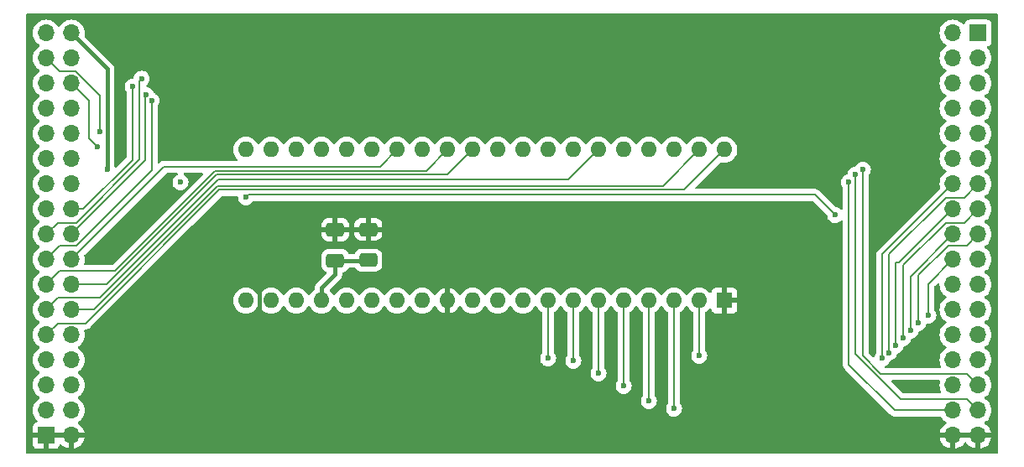
<source format=gbr>
%TF.GenerationSoftware,KiCad,Pcbnew,8.0.7-8.0.7-0~ubuntu22.04.1*%
%TF.CreationDate,2025-01-28T09:52:26+01:00*%
%TF.ProjectId,6847_v1,36383437-5f76-4312-9e6b-696361645f70,rev?*%
%TF.SameCoordinates,Original*%
%TF.FileFunction,Copper,L1,Top*%
%TF.FilePolarity,Positive*%
%FSLAX46Y46*%
G04 Gerber Fmt 4.6, Leading zero omitted, Abs format (unit mm)*
G04 Created by KiCad (PCBNEW 8.0.7-8.0.7-0~ubuntu22.04.1) date 2025-01-28 09:52:26*
%MOMM*%
%LPD*%
G01*
G04 APERTURE LIST*
G04 Aperture macros list*
%AMRoundRect*
0 Rectangle with rounded corners*
0 $1 Rounding radius*
0 $2 $3 $4 $5 $6 $7 $8 $9 X,Y pos of 4 corners*
0 Add a 4 corners polygon primitive as box body*
4,1,4,$2,$3,$4,$5,$6,$7,$8,$9,$2,$3,0*
0 Add four circle primitives for the rounded corners*
1,1,$1+$1,$2,$3*
1,1,$1+$1,$4,$5*
1,1,$1+$1,$6,$7*
1,1,$1+$1,$8,$9*
0 Add four rect primitives between the rounded corners*
20,1,$1+$1,$2,$3,$4,$5,0*
20,1,$1+$1,$4,$5,$6,$7,0*
20,1,$1+$1,$6,$7,$8,$9,0*
20,1,$1+$1,$8,$9,$2,$3,0*%
G04 Aperture macros list end*
%TA.AperFunction,SMDPad,CuDef*%
%ADD10RoundRect,0.250000X0.650000X-0.412500X0.650000X0.412500X-0.650000X0.412500X-0.650000X-0.412500X0*%
%TD*%
%TA.AperFunction,ComponentPad*%
%ADD11R,1.700000X1.700000*%
%TD*%
%TA.AperFunction,ComponentPad*%
%ADD12O,1.700000X1.700000*%
%TD*%
%TA.AperFunction,ComponentPad*%
%ADD13R,1.600000X1.600000*%
%TD*%
%TA.AperFunction,ComponentPad*%
%ADD14O,1.600000X1.600000*%
%TD*%
%TA.AperFunction,ViaPad*%
%ADD15C,0.600000*%
%TD*%
%TA.AperFunction,Conductor*%
%ADD16C,0.400000*%
%TD*%
%TA.AperFunction,Conductor*%
%ADD17C,0.200000*%
%TD*%
G04 APERTURE END LIST*
D10*
%TO.P,C2,1*%
%TO.N,+5V*%
X82150000Y-91986500D03*
%TO.P,C2,2*%
%TO.N,GND*%
X82150000Y-88861500D03*
%TD*%
%TO.P,C1,1*%
%TO.N,+5V*%
X85500000Y-91948000D03*
%TO.P,C1,2*%
%TO.N,GND*%
X85500000Y-88823000D03*
%TD*%
D11*
%TO.P,J3,1,Pin_1*%
%TO.N,unconnected-(J3-Pin_1-Pad1)*%
X147000000Y-69000000D03*
D12*
%TO.P,J3,2,Pin_2*%
%TO.N,unconnected-(J3-Pin_2-Pad2)*%
X144460000Y-69000000D03*
%TO.P,J3,3,Pin_3*%
%TO.N,unconnected-(J3-Pin_3-Pad3)*%
X147000000Y-71540000D03*
%TO.P,J3,4,Pin_4*%
%TO.N,unconnected-(J3-Pin_4-Pad4)*%
X144460000Y-71540000D03*
%TO.P,J3,5,Pin_5*%
%TO.N,/VA18*%
X147000000Y-74080000D03*
%TO.P,J3,6,Pin_6*%
%TO.N,unconnected-(J3-Pin_6-Pad6)*%
X144460000Y-74080000D03*
%TO.P,J3,7,Pin_7*%
%TO.N,/VA16*%
X147000000Y-76620000D03*
%TO.P,J3,8,Pin_8*%
%TO.N,/VA17*%
X144460000Y-76620000D03*
%TO.P,J3,9,Pin_9*%
%TO.N,/VA14*%
X147000000Y-79160000D03*
%TO.P,J3,10,Pin_10*%
%TO.N,/VA15*%
X144460000Y-79160000D03*
%TO.P,J3,11,Pin_11*%
%TO.N,/VA12*%
X147000000Y-81700000D03*
%TO.P,J3,12,Pin_12*%
%TO.N,/VA13*%
X144460000Y-81700000D03*
%TO.P,J3,13,Pin_13*%
%TO.N,/VA10*%
X147000000Y-84240000D03*
%TO.P,J3,14,Pin_14*%
%TO.N,/VA11*%
X144460000Y-84240000D03*
%TO.P,J3,15,Pin_15*%
%TO.N,/VA8*%
X147000000Y-86780000D03*
%TO.P,J3,16,Pin_16*%
%TO.N,/VA9*%
X144460000Y-86780000D03*
%TO.P,J3,17,Pin_17*%
%TO.N,/VA6*%
X147000000Y-89320000D03*
%TO.P,J3,18,Pin_18*%
%TO.N,/VA7*%
X144460000Y-89320000D03*
%TO.P,J3,19,Pin_19*%
%TO.N,/VA4*%
X147000000Y-91860000D03*
%TO.P,J3,20,Pin_20*%
%TO.N,/VA5*%
X144460000Y-91860000D03*
%TO.P,J3,21,Pin_21*%
%TO.N,/VA2*%
X147000000Y-94400000D03*
%TO.P,J3,22,Pin_22*%
%TO.N,/VA3*%
X144460000Y-94400000D03*
%TO.P,J3,23,Pin_23*%
%TO.N,/VA0*%
X147000000Y-96940000D03*
%TO.P,J3,24,Pin_24*%
%TO.N,/VA1*%
X144460000Y-96940000D03*
%TO.P,J3,25,Pin_25*%
%TO.N,/In0*%
X147000000Y-99480000D03*
%TO.P,J3,26,Pin_26*%
%TO.N,/In1*%
X144460000Y-99480000D03*
%TO.P,J3,27,Pin_27*%
%TO.N,/In2*%
X147000000Y-102020000D03*
%TO.P,J3,28,Pin_28*%
%TO.N,/DE*%
X144460000Y-102020000D03*
%TO.P,J3,29,Pin_29*%
%TO.N,/HS*%
X147000000Y-104560000D03*
%TO.P,J3,30,Pin_30*%
%TO.N,/CRSR*%
X144460000Y-104560000D03*
%TO.P,J3,31,Pin_31*%
%TO.N,/VS*%
X147000000Y-107100000D03*
%TO.P,J3,32,Pin_32*%
%TO.N,/~{RP}*%
X144460000Y-107100000D03*
%TO.P,J3,33,Pin_33*%
%TO.N,GND*%
X147000000Y-109640000D03*
%TO.P,J3,34,Pin_34*%
X144460000Y-109640000D03*
%TD*%
D11*
%TO.P,J1,1,Pin_1*%
%TO.N,GND*%
X53000000Y-109640000D03*
D12*
%TO.P,J1,2,Pin_2*%
X55540000Y-109640000D03*
%TO.P,J1,3,Pin_3*%
%TO.N,/D1*%
X53000000Y-107100000D03*
%TO.P,J1,4,Pin_4*%
%TO.N,/D0*%
X55540000Y-107100000D03*
%TO.P,J1,5,Pin_5*%
%TO.N,/D3*%
X53000000Y-104560000D03*
%TO.P,J1,6,Pin_6*%
%TO.N,/D2*%
X55540000Y-104560000D03*
%TO.P,J1,7,Pin_7*%
%TO.N,/D5*%
X53000000Y-102020000D03*
%TO.P,J1,8,Pin_8*%
%TO.N,/D4*%
X55540000Y-102020000D03*
%TO.P,J1,9,Pin_9*%
%TO.N,/D7*%
X53000000Y-99480000D03*
%TO.P,J1,10,Pin_10*%
%TO.N,/D6*%
X55540000Y-99480000D03*
%TO.P,J1,11,Pin_11*%
%TO.N,/Out1*%
X53000000Y-96940000D03*
%TO.P,J1,12,Pin_12*%
%TO.N,/Out0*%
X55540000Y-96940000D03*
%TO.P,J1,13,Pin_13*%
%TO.N,/Out3*%
X53000000Y-94400000D03*
%TO.P,J1,14,Pin_14*%
%TO.N,/Out2*%
X55540000Y-94400000D03*
%TO.P,J1,15,Pin_15*%
%TO.N,/Out5*%
X53000000Y-91860000D03*
%TO.P,J1,16,Pin_16*%
%TO.N,/Out4*%
X55540000Y-91860000D03*
%TO.P,J1,17,Pin_17*%
%TO.N,/Out7*%
X53000000Y-89320000D03*
%TO.P,J1,18,Pin_18*%
%TO.N,/Out6*%
X55540000Y-89320000D03*
%TO.P,J1,19,Pin_19*%
%TO.N,/~{CS}*%
X53000000Y-86780000D03*
%TO.P,J1,20,Pin_20*%
%TO.N,/VCLK*%
X55540000Y-86780000D03*
%TO.P,J1,21,Pin_21*%
%TO.N,/A1#*%
X53000000Y-84240000D03*
%TO.P,J1,22,Pin_22*%
%TO.N,/R{slash}~{W}*%
X55540000Y-84240000D03*
%TO.P,J1,23,Pin_23*%
%TO.N,/~{RD}*%
X53000000Y-81700000D03*
%TO.P,J1,24,Pin_24*%
%TO.N,/A0#*%
X55540000Y-81700000D03*
%TO.P,J1,25,Pin_25*%
%TO.N,/~{RST}*%
X53000000Y-79160000D03*
%TO.P,J1,26,Pin_26*%
%TO.N,/~{WR}*%
X55540000Y-79160000D03*
%TO.P,J1,27,Pin_27*%
%TO.N,/CH0*%
X53000000Y-76620000D03*
%TO.P,J1,28,Pin_28*%
%TO.N,/PHI2*%
X55540000Y-76620000D03*
%TO.P,J1,29,Pin_29*%
%TO.N,/Y*%
X53000000Y-74080000D03*
%TO.P,J1,30,Pin_30*%
%TO.N,/A*%
X55540000Y-74080000D03*
%TO.P,J1,31,Pin_31*%
%TO.N,/B*%
X53000000Y-71540000D03*
%TO.P,J1,32,Pin_32*%
%TO.N,unconnected-(J1-Pin_32-Pad32)*%
X55540000Y-71540000D03*
%TO.P,J1,33,Pin_33*%
%TO.N,+5V*%
X53000000Y-69000000D03*
%TO.P,J1,34,Pin_34*%
X55540000Y-69000000D03*
%TD*%
D13*
%TO.P,U2,1,GND*%
%TO.N,GND*%
X121412000Y-96012000D03*
D14*
%TO.P,U2,2,D6*%
%TO.N,/D6*%
X118872000Y-96012000D03*
%TO.P,U2,3,D0*%
%TO.N,/D0*%
X116332000Y-96012000D03*
%TO.P,U2,4,D1*%
%TO.N,/D1*%
X113792000Y-96012000D03*
%TO.P,U2,5,D2*%
%TO.N,/D2*%
X111252000Y-96012000D03*
%TO.P,U2,6,D3*%
%TO.N,/D3*%
X108712000Y-96012000D03*
%TO.P,U2,7,D4*%
%TO.N,/D4*%
X106172000Y-96012000D03*
%TO.P,U2,8,D5*%
%TO.N,/D5*%
X103632000Y-96012000D03*
%TO.P,U2,9,CH0*%
%TO.N,/CH0*%
X101092000Y-96012000D03*
%TO.P,U2,10,B*%
%TO.N,/B*%
X98552000Y-96012000D03*
%TO.P,U2,11,A*%
%TO.N,/A*%
X96012000Y-96012000D03*
%TO.P,U2,12,MS*%
%TO.N,GND*%
X93472000Y-96012000D03*
%TO.P,U2,13,VA5*%
%TO.N,/VA5*%
X90932000Y-96012000D03*
%TO.P,U2,14,VA6*%
%TO.N,/VA6*%
X88392000Y-96012000D03*
%TO.P,U2,15,VA7*%
%TO.N,/VA7*%
X85852000Y-96012000D03*
%TO.P,U2,16,VA8*%
%TO.N,/VA8*%
X83312000Y-96012000D03*
%TO.P,U2,17,VCC*%
%TO.N,+5V*%
X80772000Y-96012000D03*
%TO.P,U2,18,VA9*%
%TO.N,/VA9*%
X78232000Y-96012000D03*
%TO.P,U2,19,VA10*%
%TO.N,/VA10*%
X75692000Y-96012000D03*
%TO.P,U2,20,VA11*%
%TO.N,/VA11*%
X73152000Y-96012000D03*
%TO.P,U2,21,VA12*%
%TO.N,/VA12*%
X73152000Y-80772000D03*
%TO.P,U2,22,VA0*%
%TO.N,/VA0*%
X75692000Y-80772000D03*
%TO.P,U2,23,VA1*%
%TO.N,/VA1*%
X78232000Y-80772000D03*
%TO.P,U2,24,VA2*%
%TO.N,/VA2*%
X80772000Y-80772000D03*
%TO.P,U2,25,VA3*%
%TO.N,/VA3*%
X83312000Y-80772000D03*
%TO.P,U2,26,VA4*%
%TO.N,/VA4*%
X85852000Y-80772000D03*
%TO.P,U2,27,GM2*%
%TO.N,/Out4*%
X88392000Y-80772000D03*
%TO.P,U2,28,Y*%
%TO.N,/Y*%
X90932000Y-80772000D03*
%TO.P,U2,29,GM1*%
%TO.N,/Out3*%
X93472000Y-80772000D03*
%TO.P,U2,30,GM0*%
%TO.N,/Out2*%
X96012000Y-80772000D03*
%TO.P,U2,31,INT/EXT*%
%TO.N,/Out5*%
X98552000Y-80772000D03*
%TO.P,U2,32,INV*%
%TO.N,/Out6*%
X101092000Y-80772000D03*
%TO.P,U2,33,CLK*%
%TO.N,/VCLK*%
X103632000Y-80772000D03*
%TO.P,U2,34,A/~{S}*%
%TO.N,/Out7*%
X106172000Y-80772000D03*
%TO.P,U2,35,A/G*%
%TO.N,/Out1*%
X108712000Y-80772000D03*
%TO.P,U2,36,~{RP}*%
%TO.N,/~{RP}*%
X111252000Y-80772000D03*
%TO.P,U2,37,FS*%
%TO.N,/VS*%
X113792000Y-80772000D03*
%TO.P,U2,38,HS*%
%TO.N,/HS*%
X116332000Y-80772000D03*
%TO.P,U2,39,CSS*%
%TO.N,/Out0*%
X118872000Y-80772000D03*
%TO.P,U2,40,D7*%
%TO.N,/D7*%
X121412000Y-80772000D03*
%TD*%
D15*
%TO.N,GND*%
X71882000Y-101854000D03*
X59182000Y-101854000D03*
%TO.N,*%
X66548000Y-84074000D03*
%TO.N,GND*%
X58928000Y-90932000D03*
X61468000Y-88138000D03*
X78740000Y-87122000D03*
X73660000Y-89154000D03*
X70866000Y-79502000D03*
X65278000Y-79502000D03*
X62738000Y-69342000D03*
X78232000Y-70612000D03*
X92710000Y-70104000D03*
X140716000Y-104902000D03*
X140970000Y-101346000D03*
X135382000Y-106934000D03*
X129032000Y-102870000D03*
X124714000Y-107442000D03*
X119126000Y-103886000D03*
X95758000Y-87122000D03*
X112522000Y-86868000D03*
X120650000Y-87122000D03*
%TO.N,+5V*%
X59170000Y-82804000D03*
%TO.N,/VA12*%
X132588000Y-87376000D03*
X73152000Y-85598000D03*
%TO.N,/A*%
X58166000Y-80518000D03*
%TO.N,/B*%
X58420000Y-78994000D03*
%TO.N,/D6*%
X118872000Y-101600000D03*
%TO.N,/D5*%
X103632000Y-101854000D03*
%TO.N,/D4*%
X106172000Y-102108000D03*
%TO.N,/D3*%
X108712000Y-103378000D03*
%TO.N,/D2*%
X111252000Y-104648000D03*
%TO.N,/D1*%
X113792000Y-106172000D03*
%TO.N,/D0*%
X116332000Y-106934000D03*
%TO.N,/HS*%
X135382000Y-82804000D03*
%TO.N,/VS*%
X134620000Y-83312000D03*
%TO.N,/~{RP}*%
X133970000Y-84074000D03*
%TO.N,/Out7*%
X62613891Y-73605068D03*
%TO.N,/VCLK*%
X61722000Y-74422000D03*
%TO.N,/Out6*%
X63072584Y-75238535D03*
%TO.N,/Out5*%
X63627000Y-75819000D03*
%TO.N,/VA11*%
X137363319Y-101829369D03*
%TO.N,/VA10*%
X138006124Y-101273216D03*
%TO.N,/VA9*%
X138684000Y-100584000D03*
%TO.N,/VA8*%
X139446000Y-99822000D03*
%TO.N,/VA7*%
X140208000Y-99060000D03*
%TO.N,/VA6*%
X140970000Y-98298000D03*
%TO.N,/VA5*%
X141986000Y-97536000D03*
%TO.N,GND*%
X114554000Y-107750000D03*
X68580000Y-96520000D03*
X107950000Y-71374000D03*
X75438000Y-110236000D03*
X127254000Y-70612000D03*
X139192000Y-80264000D03*
X91948000Y-110236000D03*
X116332000Y-71120000D03*
X128270000Y-80264000D03*
X138684000Y-70358000D03*
%TD*%
D16*
%TO.N,+5V*%
X59170000Y-72630000D02*
X59170000Y-82804000D01*
X55540000Y-69000000D02*
X59170000Y-72630000D01*
D17*
%TO.N,/A*%
X57274000Y-79626000D02*
X58166000Y-80518000D01*
X57274000Y-75814000D02*
X57274000Y-79626000D01*
X55540000Y-74080000D02*
X57274000Y-75814000D01*
%TO.N,/B*%
X54358000Y-72898000D02*
X55984346Y-72898000D01*
X53000000Y-71540000D02*
X54358000Y-72898000D01*
X55984346Y-72898000D02*
X58420000Y-75333654D01*
X58420000Y-75333654D02*
X58420000Y-78994000D01*
%TO.N,/VCLK*%
X56742081Y-86780000D02*
X61722000Y-81800081D01*
X61722000Y-81800081D02*
X61722000Y-74422000D01*
X55540000Y-86780000D02*
X56742081Y-86780000D01*
%TO.N,/VA12*%
X132588000Y-87376000D02*
X130556000Y-85344000D01*
X130556000Y-85344000D02*
X73406000Y-85344000D01*
X73406000Y-85344000D02*
X73152000Y-85598000D01*
%TO.N,/Out0*%
X115208000Y-84436000D02*
X118872000Y-80772000D01*
%TO.N,/D7*%
X54150000Y-98330000D02*
X53000000Y-99480000D01*
%TO.N,/Out0*%
X70307686Y-84436000D02*
X115208000Y-84436000D01*
%TO.N,/D7*%
X56979372Y-98330000D02*
X54150000Y-98330000D01*
%TO.N,/Out0*%
X57803686Y-96940000D02*
X70307686Y-84436000D01*
%TO.N,/D7*%
X70473372Y-84836000D02*
X56979372Y-98330000D01*
%TO.N,/Out0*%
X55540000Y-96940000D02*
X57803686Y-96940000D01*
%TO.N,/D7*%
X121412000Y-80772000D02*
X117348000Y-84836000D01*
X117348000Y-84836000D02*
X70473372Y-84836000D01*
%TO.N,/Out1*%
X53000000Y-96940000D02*
X54182000Y-95758000D01*
X54182000Y-95758000D02*
X58420001Y-95758000D01*
X58420001Y-95758000D02*
X70358001Y-83820000D01*
X70358001Y-83820000D02*
X105664000Y-83820000D01*
X105664000Y-83820000D02*
X108712000Y-80772000D01*
%TO.N,/Out4*%
X86652000Y-82512000D02*
X88392000Y-80772000D01*
X64888000Y-82512000D02*
X86652000Y-82512000D01*
%TO.N,/Out3*%
X53000000Y-94400000D02*
X54390000Y-93010000D01*
%TO.N,/Out2*%
X59131372Y-94400000D02*
X70219372Y-83312000D01*
X93472000Y-83312000D02*
X96012000Y-80772000D01*
%TO.N,/Out4*%
X55540000Y-91860000D02*
X64888000Y-82512000D01*
%TO.N,/Out3*%
X91332000Y-82912000D02*
X93472000Y-80772000D01*
X59955686Y-93010000D02*
X70053686Y-82912000D01*
X54390000Y-93010000D02*
X59955686Y-93010000D01*
X70053686Y-82912000D02*
X91332000Y-82912000D01*
%TO.N,/Out2*%
X55540000Y-94400000D02*
X59131372Y-94400000D01*
X70219372Y-83312000D02*
X93472000Y-83312000D01*
%TO.N,/D6*%
X118872000Y-101600000D02*
X118872000Y-96012000D01*
%TO.N,/D5*%
X103632000Y-101854000D02*
X103632000Y-96012000D01*
%TO.N,/D4*%
X106172000Y-102108000D02*
X106172000Y-96012000D01*
%TO.N,/D3*%
X108712000Y-103378000D02*
X108712000Y-96012000D01*
%TO.N,/D2*%
X111252000Y-104648000D02*
X111252000Y-96012000D01*
%TO.N,/D1*%
X113792000Y-106172000D02*
X113792000Y-96012000D01*
%TO.N,/D0*%
X116332000Y-106934000D02*
X116332000Y-96012000D01*
%TO.N,/HS*%
X135382000Y-101600000D02*
X135382000Y-82804000D01*
X147000000Y-104560000D02*
X145850000Y-103410000D01*
X137192000Y-103410000D02*
X135382000Y-101600000D01*
X145850000Y-103410000D02*
X137192000Y-103410000D01*
%TO.N,/VS*%
X147000000Y-107100000D02*
X145850000Y-105950000D01*
X145850000Y-105950000D02*
X139166314Y-105950000D01*
X139166314Y-105950000D02*
X134620000Y-101403686D01*
X134620000Y-101403686D02*
X134620000Y-83312000D01*
%TO.N,/~{RP}*%
X133970000Y-102474000D02*
X133970000Y-84074000D01*
X138596000Y-107100000D02*
X133970000Y-102474000D01*
X144460000Y-107100000D02*
X138596000Y-107100000D01*
D16*
%TO.N,GND*%
X144460000Y-109640000D02*
X131738000Y-109640000D01*
X131738000Y-109640000D02*
X121412000Y-99314000D01*
X121412000Y-99314000D02*
X121412000Y-96012000D01*
X147000000Y-109640000D02*
X144460000Y-109640000D01*
D17*
%TO.N,/VA10*%
X147000000Y-84240000D02*
X145610000Y-85630000D01*
X145610000Y-85630000D02*
X143732000Y-85630000D01*
X143732000Y-85630000D02*
X138006124Y-91355876D01*
X138006124Y-91355876D02*
X138006124Y-101273216D01*
%TO.N,/VA11*%
X144460000Y-84240000D02*
X137363319Y-91336681D01*
X137363319Y-91336681D02*
X137363319Y-101829369D01*
%TO.N,/Out7*%
X62431879Y-73787080D02*
X62613891Y-73605068D01*
X56016346Y-88170000D02*
X62431879Y-81754467D01*
X54150000Y-88170000D02*
X56016346Y-88170000D01*
X62431879Y-81754467D02*
X62431879Y-73787080D01*
X53000000Y-89320000D02*
X54150000Y-88170000D01*
%TO.N,/Out6*%
X62992000Y-75319119D02*
X63072584Y-75238535D01*
X62992000Y-81868000D02*
X62992000Y-75319119D01*
X55540000Y-89320000D02*
X62992000Y-81868000D01*
%TO.N,/Out5*%
X63627000Y-82859346D02*
X63627000Y-75819000D01*
X56016346Y-90470000D02*
X63627000Y-82859346D01*
X53000000Y-91860000D02*
X54390000Y-90470000D01*
X54390000Y-90470000D02*
X56016346Y-90470000D01*
%TO.N,/VA9*%
X144460000Y-86780000D02*
X139038000Y-92202000D01*
X139038000Y-92202000D02*
X138684000Y-92202000D01*
X138684000Y-92202000D02*
X138684000Y-100584000D01*
%TO.N,/VA8*%
X147000000Y-86780000D02*
X145610000Y-88170000D01*
X145610000Y-88170000D02*
X143732000Y-88170000D01*
X143732000Y-88170000D02*
X139446000Y-92456000D01*
X139446000Y-92456000D02*
X139446000Y-99822000D01*
%TO.N,/VA7*%
X144460000Y-89320000D02*
X140208000Y-93572000D01*
X140208000Y-93572000D02*
X140208000Y-99060000D01*
%TO.N,/VA6*%
X147000000Y-89320000D02*
X145850000Y-90470000D01*
X145850000Y-90470000D02*
X143972000Y-90470000D01*
X143972000Y-90470000D02*
X140970000Y-93472000D01*
X140970000Y-93472000D02*
X140970000Y-98298000D01*
%TO.N,/VA5*%
X144460000Y-91860000D02*
X141986000Y-94334000D01*
X141986000Y-94334000D02*
X141986000Y-97536000D01*
D16*
%TO.N,GND*%
X85500000Y-88823000D02*
X89331000Y-88823000D01*
X93472000Y-92964000D02*
X93472000Y-96012000D01*
X89331000Y-88823000D02*
X93472000Y-92964000D01*
X85500000Y-88823000D02*
X118541000Y-88823000D01*
X118541000Y-88823000D02*
X121412000Y-91694000D01*
X121412000Y-91694000D02*
X121412000Y-96012000D01*
X82150000Y-88861500D02*
X79286500Y-88861500D01*
X79286500Y-88861500D02*
X74492000Y-93656000D01*
X74492000Y-93656000D02*
X74492000Y-97008000D01*
X74492000Y-97008000D02*
X61860000Y-109640000D01*
X61860000Y-109640000D02*
X55540000Y-109640000D01*
X82150000Y-88861500D02*
X85461500Y-88861500D01*
X85461500Y-88861500D02*
X85500000Y-88823000D01*
%TO.N,+5V*%
X82150000Y-91986500D02*
X82150000Y-93364000D01*
X82150000Y-93364000D02*
X80772000Y-94742000D01*
X80772000Y-94742000D02*
X80772000Y-96012000D01*
X82150000Y-91986500D02*
X85461500Y-91986500D01*
X85461500Y-91986500D02*
X85500000Y-91948000D01*
%TD*%
%TA.AperFunction,Conductor*%
%TO.N,GND*%
G36*
X55074075Y-109447007D02*
G01*
X55040000Y-109574174D01*
X55040000Y-109705826D01*
X55074075Y-109832993D01*
X55106988Y-109890000D01*
X53433012Y-109890000D01*
X53465925Y-109832993D01*
X53500000Y-109705826D01*
X53500000Y-109574174D01*
X53465925Y-109447007D01*
X53433012Y-109390000D01*
X55106988Y-109390000D01*
X55074075Y-109447007D01*
G37*
%TD.AperFunction*%
%TA.AperFunction,Conductor*%
G36*
X146534075Y-109447007D02*
G01*
X146500000Y-109574174D01*
X146500000Y-109705826D01*
X146534075Y-109832993D01*
X146566988Y-109890000D01*
X144893012Y-109890000D01*
X144925925Y-109832993D01*
X144960000Y-109705826D01*
X144960000Y-109574174D01*
X144925925Y-109447007D01*
X144893012Y-109390000D01*
X146566988Y-109390000D01*
X146534075Y-109447007D01*
G37*
%TD.AperFunction*%
%TA.AperFunction,Conductor*%
G36*
X143114536Y-104030185D02*
G01*
X143160291Y-104082989D01*
X143170235Y-104152147D01*
X143167272Y-104166593D01*
X143124938Y-104324586D01*
X143124936Y-104324596D01*
X143104341Y-104559999D01*
X143104341Y-104560000D01*
X143124936Y-104795403D01*
X143124938Y-104795413D01*
X143186094Y-105023655D01*
X143186097Y-105023664D01*
X143219268Y-105094800D01*
X143255779Y-105173096D01*
X143266271Y-105242172D01*
X143237751Y-105305956D01*
X143179275Y-105344196D01*
X143143397Y-105349500D01*
X139466411Y-105349500D01*
X139399372Y-105329815D01*
X139378730Y-105313181D01*
X138287730Y-104222181D01*
X138254245Y-104160858D01*
X138259229Y-104091166D01*
X138301101Y-104035233D01*
X138366565Y-104010816D01*
X138375411Y-104010500D01*
X143047497Y-104010500D01*
X143114536Y-104030185D01*
G37*
%TD.AperFunction*%
%TA.AperFunction,Conductor*%
G36*
X143026583Y-94245165D02*
G01*
X143082516Y-94287037D01*
X143106933Y-94352501D01*
X143106777Y-94372154D01*
X143104341Y-94399997D01*
X143104341Y-94400000D01*
X143124936Y-94635403D01*
X143124938Y-94635413D01*
X143186094Y-94863655D01*
X143186096Y-94863659D01*
X143186097Y-94863663D01*
X143266004Y-95035023D01*
X143285965Y-95077830D01*
X143285967Y-95077834D01*
X143346410Y-95164155D01*
X143421501Y-95271396D01*
X143421506Y-95271402D01*
X143588597Y-95438493D01*
X143588603Y-95438498D01*
X143774158Y-95568425D01*
X143817783Y-95623002D01*
X143824977Y-95692500D01*
X143793454Y-95754855D01*
X143774158Y-95771575D01*
X143588597Y-95901505D01*
X143421505Y-96068597D01*
X143285965Y-96262169D01*
X143285964Y-96262171D01*
X143186098Y-96476335D01*
X143186094Y-96476344D01*
X143124938Y-96704586D01*
X143124936Y-96704596D01*
X143104341Y-96939999D01*
X143104341Y-96940000D01*
X143124936Y-97175403D01*
X143124938Y-97175413D01*
X143186094Y-97403655D01*
X143186096Y-97403659D01*
X143186097Y-97403663D01*
X143266004Y-97575023D01*
X143285965Y-97617830D01*
X143285967Y-97617834D01*
X143364157Y-97729500D01*
X143421501Y-97811396D01*
X143421506Y-97811402D01*
X143588597Y-97978493D01*
X143588603Y-97978498D01*
X143774158Y-98108425D01*
X143817783Y-98163002D01*
X143824977Y-98232500D01*
X143793454Y-98294855D01*
X143774158Y-98311575D01*
X143588597Y-98441505D01*
X143421505Y-98608597D01*
X143285965Y-98802169D01*
X143285964Y-98802171D01*
X143186098Y-99016335D01*
X143186094Y-99016344D01*
X143124938Y-99244586D01*
X143124936Y-99244596D01*
X143104341Y-99479999D01*
X143104341Y-99480000D01*
X143124936Y-99715403D01*
X143124938Y-99715413D01*
X143186094Y-99943655D01*
X143186096Y-99943659D01*
X143186097Y-99943663D01*
X143212953Y-100001255D01*
X143285965Y-100157830D01*
X143285967Y-100157834D01*
X143394281Y-100312521D01*
X143421501Y-100351396D01*
X143421506Y-100351402D01*
X143588597Y-100518493D01*
X143588603Y-100518498D01*
X143774158Y-100648425D01*
X143817783Y-100703002D01*
X143824977Y-100772500D01*
X143793454Y-100834855D01*
X143774158Y-100851575D01*
X143588597Y-100981505D01*
X143421505Y-101148597D01*
X143285965Y-101342169D01*
X143285964Y-101342171D01*
X143186098Y-101556335D01*
X143186094Y-101556344D01*
X143124938Y-101784586D01*
X143124936Y-101784596D01*
X143104341Y-102019999D01*
X143104341Y-102020000D01*
X143124936Y-102255403D01*
X143124938Y-102255413D01*
X143186094Y-102483655D01*
X143186097Y-102483664D01*
X143218455Y-102553054D01*
X143255779Y-102633096D01*
X143266271Y-102702172D01*
X143237751Y-102765956D01*
X143179275Y-102804196D01*
X143143397Y-102809500D01*
X137715787Y-102809500D01*
X137648748Y-102789815D01*
X137602993Y-102737011D01*
X137593049Y-102667853D01*
X137622074Y-102604297D01*
X137674832Y-102568459D01*
X137712838Y-102555159D01*
X137712837Y-102555159D01*
X137712841Y-102555158D01*
X137865581Y-102459185D01*
X137993135Y-102331631D01*
X138089108Y-102178891D01*
X138103923Y-102136550D01*
X138144644Y-102079774D01*
X138180011Y-102060462D01*
X138185377Y-102058584D01*
X138185379Y-102058584D01*
X138355646Y-101999005D01*
X138508386Y-101903032D01*
X138635940Y-101775478D01*
X138731913Y-101622738D01*
X138791492Y-101452471D01*
X138791492Y-101452470D01*
X138793792Y-101445898D01*
X138795999Y-101446670D01*
X138824709Y-101395307D01*
X138870562Y-101366811D01*
X139033522Y-101309789D01*
X139186262Y-101213816D01*
X139313816Y-101086262D01*
X139409789Y-100933522D01*
X139469368Y-100763255D01*
X139469369Y-100763249D01*
X139474082Y-100721420D01*
X139501148Y-100657005D01*
X139558742Y-100617450D01*
X139583420Y-100612082D01*
X139625249Y-100607369D01*
X139625252Y-100607368D01*
X139625255Y-100607368D01*
X139795522Y-100547789D01*
X139948262Y-100451816D01*
X140075816Y-100324262D01*
X140171789Y-100171522D01*
X140231368Y-100001255D01*
X140231369Y-100001249D01*
X140236082Y-99959420D01*
X140263148Y-99895005D01*
X140320742Y-99855450D01*
X140345420Y-99850082D01*
X140387249Y-99845369D01*
X140387252Y-99845368D01*
X140387255Y-99845368D01*
X140557522Y-99785789D01*
X140710262Y-99689816D01*
X140837816Y-99562262D01*
X140933789Y-99409522D01*
X140993368Y-99239255D01*
X140993369Y-99239249D01*
X140998082Y-99197420D01*
X141025148Y-99133005D01*
X141082742Y-99093450D01*
X141107420Y-99088082D01*
X141149249Y-99083369D01*
X141149252Y-99083368D01*
X141149255Y-99083368D01*
X141319522Y-99023789D01*
X141472262Y-98927816D01*
X141599816Y-98800262D01*
X141695789Y-98647522D01*
X141755368Y-98477255D01*
X141759472Y-98440825D01*
X141786536Y-98376414D01*
X141844130Y-98336858D01*
X141896574Y-98331489D01*
X141955190Y-98338093D01*
X141985998Y-98341565D01*
X141986000Y-98341565D01*
X141986004Y-98341565D01*
X142165249Y-98321369D01*
X142165252Y-98321368D01*
X142165255Y-98321368D01*
X142335522Y-98261789D01*
X142488262Y-98165816D01*
X142615816Y-98038262D01*
X142711789Y-97885522D01*
X142771368Y-97715255D01*
X142771369Y-97715249D01*
X142791565Y-97536003D01*
X142791565Y-97535996D01*
X142771369Y-97356750D01*
X142771368Y-97356745D01*
X142753470Y-97305596D01*
X142711789Y-97186478D01*
X142704836Y-97175413D01*
X142628606Y-97054093D01*
X142615816Y-97033738D01*
X142615814Y-97033736D01*
X142615813Y-97033734D01*
X142613550Y-97030896D01*
X142612659Y-97028715D01*
X142612111Y-97027842D01*
X142612264Y-97027745D01*
X142587144Y-96966209D01*
X142586500Y-96953587D01*
X142586500Y-94634096D01*
X142606185Y-94567057D01*
X142622815Y-94546419D01*
X142895569Y-94273665D01*
X142956891Y-94240181D01*
X143026583Y-94245165D01*
G37*
%TD.AperFunction*%
%TA.AperFunction,Conductor*%
G36*
X66211695Y-83132185D02*
G01*
X66257450Y-83184989D01*
X66267394Y-83254147D01*
X66238369Y-83317703D01*
X66204030Y-83343959D01*
X66204374Y-83344506D01*
X66045737Y-83444184D01*
X65918184Y-83571737D01*
X65822211Y-83724476D01*
X65762631Y-83894745D01*
X65762630Y-83894750D01*
X65742435Y-84073996D01*
X65742435Y-84074003D01*
X65762630Y-84253249D01*
X65762631Y-84253254D01*
X65822211Y-84423523D01*
X65894329Y-84538297D01*
X65918184Y-84576262D01*
X66045738Y-84703816D01*
X66108893Y-84743499D01*
X66174021Y-84784422D01*
X66198478Y-84799789D01*
X66368745Y-84859368D01*
X66368750Y-84859369D01*
X66547996Y-84879565D01*
X66548000Y-84879565D01*
X66548004Y-84879565D01*
X66727249Y-84859369D01*
X66727252Y-84859368D01*
X66727255Y-84859368D01*
X66897522Y-84799789D01*
X67050262Y-84703816D01*
X67177816Y-84576262D01*
X67273789Y-84423522D01*
X67333368Y-84253255D01*
X67333369Y-84253249D01*
X67353565Y-84074003D01*
X67353565Y-84073996D01*
X67333369Y-83894750D01*
X67333368Y-83894745D01*
X67299929Y-83799181D01*
X67273789Y-83724478D01*
X67272522Y-83722462D01*
X67194181Y-83597783D01*
X67177816Y-83571738D01*
X67050262Y-83444184D01*
X67033760Y-83433815D01*
X66891626Y-83344506D01*
X66892277Y-83343468D01*
X66845681Y-83301394D01*
X66827370Y-83233967D01*
X66848420Y-83167344D01*
X66902148Y-83122677D01*
X66951344Y-83112500D01*
X68704588Y-83112500D01*
X68771627Y-83132185D01*
X68817382Y-83184989D01*
X68827326Y-83254147D01*
X68798301Y-83317703D01*
X68792269Y-83324181D01*
X59743270Y-92373181D01*
X59681947Y-92406666D01*
X59655589Y-92409500D01*
X56952503Y-92409500D01*
X56885464Y-92389815D01*
X56839709Y-92337011D01*
X56829765Y-92267853D01*
X56832728Y-92253407D01*
X56860082Y-92151317D01*
X56875063Y-92095408D01*
X56895659Y-91860000D01*
X56875063Y-91624592D01*
X56840671Y-91496239D01*
X56842334Y-91426393D01*
X56872763Y-91376470D01*
X65100416Y-83148819D01*
X65161739Y-83115334D01*
X65188097Y-83112500D01*
X66144656Y-83112500D01*
X66211695Y-83132185D01*
G37*
%TD.AperFunction*%
%TA.AperFunction,Conductor*%
G36*
X148942539Y-67020185D02*
G01*
X148988294Y-67072989D01*
X148999500Y-67124500D01*
X148999500Y-111375500D01*
X148979815Y-111442539D01*
X148927011Y-111488294D01*
X148875500Y-111499500D01*
X51124500Y-111499500D01*
X51057461Y-111479815D01*
X51011706Y-111427011D01*
X51000500Y-111375500D01*
X51000500Y-68999999D01*
X51644341Y-68999999D01*
X51644341Y-69000000D01*
X51664936Y-69235403D01*
X51664938Y-69235413D01*
X51726094Y-69463655D01*
X51726096Y-69463659D01*
X51726097Y-69463663D01*
X51730000Y-69472032D01*
X51825965Y-69677830D01*
X51825967Y-69677834D01*
X51934281Y-69832521D01*
X51961501Y-69871396D01*
X51961506Y-69871402D01*
X52128597Y-70038493D01*
X52128603Y-70038498D01*
X52314158Y-70168425D01*
X52357783Y-70223002D01*
X52364977Y-70292500D01*
X52333454Y-70354855D01*
X52314158Y-70371575D01*
X52128597Y-70501505D01*
X51961505Y-70668597D01*
X51825965Y-70862169D01*
X51825964Y-70862171D01*
X51726098Y-71076335D01*
X51726094Y-71076344D01*
X51664938Y-71304586D01*
X51664936Y-71304596D01*
X51644341Y-71539999D01*
X51644341Y-71540000D01*
X51664936Y-71775403D01*
X51664938Y-71775413D01*
X51726094Y-72003655D01*
X51726096Y-72003659D01*
X51726097Y-72003663D01*
X51730000Y-72012032D01*
X51825965Y-72217830D01*
X51825967Y-72217834D01*
X51882230Y-72298185D01*
X51961501Y-72411396D01*
X51961506Y-72411402D01*
X52128597Y-72578493D01*
X52128603Y-72578498D01*
X52314158Y-72708425D01*
X52357783Y-72763002D01*
X52364977Y-72832500D01*
X52333454Y-72894855D01*
X52314158Y-72911575D01*
X52128597Y-73041505D01*
X51961505Y-73208597D01*
X51825965Y-73402169D01*
X51825964Y-73402171D01*
X51746362Y-73572878D01*
X51727918Y-73612433D01*
X51726098Y-73616335D01*
X51726094Y-73616344D01*
X51664938Y-73844586D01*
X51664936Y-73844596D01*
X51644341Y-74079999D01*
X51644341Y-74080000D01*
X51664936Y-74315403D01*
X51664938Y-74315413D01*
X51726094Y-74543655D01*
X51726096Y-74543659D01*
X51726097Y-74543663D01*
X51806004Y-74715023D01*
X51825965Y-74757830D01*
X51825967Y-74757834D01*
X51917820Y-74889013D01*
X51961501Y-74951396D01*
X51961506Y-74951402D01*
X52128597Y-75118493D01*
X52128603Y-75118498D01*
X52314158Y-75248425D01*
X52357783Y-75303002D01*
X52364977Y-75372500D01*
X52333454Y-75434855D01*
X52314158Y-75451575D01*
X52128597Y-75581505D01*
X51961505Y-75748597D01*
X51825965Y-75942169D01*
X51825964Y-75942171D01*
X51726098Y-76156335D01*
X51726094Y-76156344D01*
X51664938Y-76384586D01*
X51664936Y-76384596D01*
X51644341Y-76619999D01*
X51644341Y-76620000D01*
X51664936Y-76855403D01*
X51664938Y-76855413D01*
X51726094Y-77083655D01*
X51726096Y-77083659D01*
X51726097Y-77083663D01*
X51730000Y-77092032D01*
X51825965Y-77297830D01*
X51825967Y-77297834D01*
X51866499Y-77355719D01*
X51961501Y-77491396D01*
X51961506Y-77491402D01*
X52128597Y-77658493D01*
X52128603Y-77658498D01*
X52314158Y-77788425D01*
X52357783Y-77843002D01*
X52364977Y-77912500D01*
X52333454Y-77974855D01*
X52314158Y-77991575D01*
X52128597Y-78121505D01*
X51961505Y-78288597D01*
X51825965Y-78482169D01*
X51825964Y-78482171D01*
X51726098Y-78696335D01*
X51726094Y-78696344D01*
X51664938Y-78924586D01*
X51664936Y-78924596D01*
X51644341Y-79159999D01*
X51644341Y-79160000D01*
X51664936Y-79395403D01*
X51664938Y-79395413D01*
X51726094Y-79623655D01*
X51726096Y-79623659D01*
X51726097Y-79623663D01*
X51806004Y-79795023D01*
X51825965Y-79837830D01*
X51825967Y-79837834D01*
X51861223Y-79888184D01*
X51961501Y-80031396D01*
X51961506Y-80031402D01*
X52128597Y-80198493D01*
X52128603Y-80198498D01*
X52314158Y-80328425D01*
X52357783Y-80383002D01*
X52364977Y-80452500D01*
X52333454Y-80514855D01*
X52314158Y-80531575D01*
X52128597Y-80661505D01*
X51961505Y-80828597D01*
X51825965Y-81022169D01*
X51825964Y-81022171D01*
X51726098Y-81236335D01*
X51726094Y-81236344D01*
X51664938Y-81464586D01*
X51664936Y-81464596D01*
X51644341Y-81699999D01*
X51644341Y-81700000D01*
X51664936Y-81935403D01*
X51664938Y-81935413D01*
X51726094Y-82163655D01*
X51726096Y-82163659D01*
X51726097Y-82163663D01*
X51790482Y-82301737D01*
X51825965Y-82377830D01*
X51825967Y-82377834D01*
X51879635Y-82454479D01*
X51961501Y-82571396D01*
X51961506Y-82571402D01*
X52128597Y-82738493D01*
X52128603Y-82738498D01*
X52314158Y-82868425D01*
X52357783Y-82923002D01*
X52364977Y-82992500D01*
X52333454Y-83054855D01*
X52314158Y-83071575D01*
X52128597Y-83201505D01*
X51961505Y-83368597D01*
X51825965Y-83562169D01*
X51825964Y-83562171D01*
X51726098Y-83776335D01*
X51726094Y-83776344D01*
X51664938Y-84004586D01*
X51664936Y-84004596D01*
X51644341Y-84239999D01*
X51644341Y-84240000D01*
X51664936Y-84475403D01*
X51664938Y-84475413D01*
X51726094Y-84703655D01*
X51726096Y-84703659D01*
X51726097Y-84703663D01*
X51770922Y-84799790D01*
X51825965Y-84917830D01*
X51825967Y-84917834D01*
X51934281Y-85072521D01*
X51961501Y-85111396D01*
X51961506Y-85111402D01*
X52128597Y-85278493D01*
X52128603Y-85278498D01*
X52314158Y-85408425D01*
X52357783Y-85463002D01*
X52364977Y-85532500D01*
X52333454Y-85594855D01*
X52314158Y-85611575D01*
X52128597Y-85741505D01*
X51961505Y-85908597D01*
X51825965Y-86102169D01*
X51825964Y-86102171D01*
X51726098Y-86316335D01*
X51726094Y-86316344D01*
X51664938Y-86544586D01*
X51664936Y-86544596D01*
X51644341Y-86779999D01*
X51644341Y-86780000D01*
X51664936Y-87015403D01*
X51664938Y-87015413D01*
X51726094Y-87243655D01*
X51726096Y-87243659D01*
X51726097Y-87243663D01*
X51730000Y-87252032D01*
X51825965Y-87457830D01*
X51825967Y-87457834D01*
X51961501Y-87651395D01*
X51961506Y-87651402D01*
X52128597Y-87818493D01*
X52128603Y-87818498D01*
X52314158Y-87948425D01*
X52357783Y-88003002D01*
X52364977Y-88072500D01*
X52333454Y-88134855D01*
X52314158Y-88151575D01*
X52128597Y-88281505D01*
X51961505Y-88448597D01*
X51825965Y-88642169D01*
X51825964Y-88642171D01*
X51726098Y-88856335D01*
X51726094Y-88856344D01*
X51664938Y-89084586D01*
X51664936Y-89084596D01*
X51644341Y-89319999D01*
X51644341Y-89320000D01*
X51664936Y-89555403D01*
X51664938Y-89555413D01*
X51726094Y-89783655D01*
X51726096Y-89783659D01*
X51726097Y-89783663D01*
X51820215Y-89985499D01*
X51825965Y-89997830D01*
X51825967Y-89997834D01*
X51961501Y-90191395D01*
X51961506Y-90191402D01*
X52128597Y-90358493D01*
X52128603Y-90358498D01*
X52314158Y-90488425D01*
X52357783Y-90543002D01*
X52364977Y-90612500D01*
X52333454Y-90674855D01*
X52314158Y-90691575D01*
X52128597Y-90821505D01*
X51961505Y-90988597D01*
X51825965Y-91182169D01*
X51825964Y-91182171D01*
X51726098Y-91396335D01*
X51726094Y-91396344D01*
X51664938Y-91624586D01*
X51664936Y-91624596D01*
X51644341Y-91859999D01*
X51644341Y-91860000D01*
X51664936Y-92095403D01*
X51664938Y-92095413D01*
X51726094Y-92323655D01*
X51726096Y-92323659D01*
X51726097Y-92323663D01*
X51777127Y-92433097D01*
X51825965Y-92537830D01*
X51825967Y-92537834D01*
X51925395Y-92679831D01*
X51961501Y-92731396D01*
X51961506Y-92731402D01*
X52128597Y-92898493D01*
X52128603Y-92898498D01*
X52314158Y-93028425D01*
X52357783Y-93083002D01*
X52364977Y-93152500D01*
X52333454Y-93214855D01*
X52314158Y-93231575D01*
X52128597Y-93361505D01*
X51961505Y-93528597D01*
X51825965Y-93722169D01*
X51825964Y-93722171D01*
X51726098Y-93936335D01*
X51726094Y-93936344D01*
X51664938Y-94164586D01*
X51664936Y-94164596D01*
X51644341Y-94399999D01*
X51644341Y-94400000D01*
X51664936Y-94635403D01*
X51664938Y-94635413D01*
X51726094Y-94863655D01*
X51726096Y-94863659D01*
X51726097Y-94863663D01*
X51806004Y-95035023D01*
X51825965Y-95077830D01*
X51825967Y-95077834D01*
X51886410Y-95164155D01*
X51961501Y-95271396D01*
X51961506Y-95271402D01*
X52128597Y-95438493D01*
X52128603Y-95438498D01*
X52314158Y-95568425D01*
X52357783Y-95623002D01*
X52364977Y-95692500D01*
X52333454Y-95754855D01*
X52314158Y-95771575D01*
X52128597Y-95901505D01*
X51961505Y-96068597D01*
X51825965Y-96262169D01*
X51825964Y-96262171D01*
X51726098Y-96476335D01*
X51726094Y-96476344D01*
X51664938Y-96704586D01*
X51664936Y-96704596D01*
X51644341Y-96939999D01*
X51644341Y-96940000D01*
X51664936Y-97175403D01*
X51664938Y-97175413D01*
X51726094Y-97403655D01*
X51726096Y-97403659D01*
X51726097Y-97403663D01*
X51806004Y-97575023D01*
X51825965Y-97617830D01*
X51825967Y-97617834D01*
X51904157Y-97729500D01*
X51961501Y-97811396D01*
X51961506Y-97811402D01*
X52128597Y-97978493D01*
X52128603Y-97978498D01*
X52314158Y-98108425D01*
X52357783Y-98163002D01*
X52364977Y-98232500D01*
X52333454Y-98294855D01*
X52314158Y-98311575D01*
X52128597Y-98441505D01*
X51961505Y-98608597D01*
X51825965Y-98802169D01*
X51825964Y-98802171D01*
X51726098Y-99016335D01*
X51726094Y-99016344D01*
X51664938Y-99244586D01*
X51664936Y-99244596D01*
X51644341Y-99479999D01*
X51644341Y-99480000D01*
X51664936Y-99715403D01*
X51664938Y-99715413D01*
X51726094Y-99943655D01*
X51726096Y-99943659D01*
X51726097Y-99943663D01*
X51752953Y-100001255D01*
X51825965Y-100157830D01*
X51825967Y-100157834D01*
X51934281Y-100312521D01*
X51961501Y-100351396D01*
X51961506Y-100351402D01*
X52128597Y-100518493D01*
X52128603Y-100518498D01*
X52314158Y-100648425D01*
X52357783Y-100703002D01*
X52364977Y-100772500D01*
X52333454Y-100834855D01*
X52314158Y-100851575D01*
X52128597Y-100981505D01*
X51961505Y-101148597D01*
X51825965Y-101342169D01*
X51825964Y-101342171D01*
X51726098Y-101556335D01*
X51726094Y-101556344D01*
X51664938Y-101784586D01*
X51664936Y-101784596D01*
X51644341Y-102019999D01*
X51644341Y-102020000D01*
X51664936Y-102255403D01*
X51664938Y-102255413D01*
X51726094Y-102483655D01*
X51726096Y-102483659D01*
X51726097Y-102483663D01*
X51820703Y-102686546D01*
X51825965Y-102697830D01*
X51825967Y-102697834D01*
X51904157Y-102809500D01*
X51961501Y-102891396D01*
X51961506Y-102891402D01*
X52128597Y-103058493D01*
X52128603Y-103058498D01*
X52314158Y-103188425D01*
X52357783Y-103243002D01*
X52364977Y-103312500D01*
X52333454Y-103374855D01*
X52314158Y-103391575D01*
X52128597Y-103521505D01*
X51961505Y-103688597D01*
X51825965Y-103882169D01*
X51825964Y-103882171D01*
X51726098Y-104096335D01*
X51726094Y-104096344D01*
X51664938Y-104324586D01*
X51664936Y-104324596D01*
X51644341Y-104559999D01*
X51644341Y-104560000D01*
X51664936Y-104795403D01*
X51664938Y-104795413D01*
X51726094Y-105023655D01*
X51726096Y-105023659D01*
X51726097Y-105023663D01*
X51806004Y-105195023D01*
X51825965Y-105237830D01*
X51825967Y-105237834D01*
X51904157Y-105349500D01*
X51961501Y-105431396D01*
X51961506Y-105431402D01*
X52128597Y-105598493D01*
X52128603Y-105598498D01*
X52314158Y-105728425D01*
X52357783Y-105783002D01*
X52364977Y-105852500D01*
X52333454Y-105914855D01*
X52314158Y-105931575D01*
X52128597Y-106061505D01*
X51961505Y-106228597D01*
X51825965Y-106422169D01*
X51825964Y-106422171D01*
X51726098Y-106636335D01*
X51726094Y-106636344D01*
X51664938Y-106864586D01*
X51664936Y-106864596D01*
X51644341Y-107099999D01*
X51644341Y-107100000D01*
X51664936Y-107335403D01*
X51664938Y-107335413D01*
X51726094Y-107563655D01*
X51726096Y-107563659D01*
X51726097Y-107563663D01*
X51789906Y-107700501D01*
X51825965Y-107777830D01*
X51825967Y-107777834D01*
X51934281Y-107932521D01*
X51961501Y-107971396D01*
X51961506Y-107971402D01*
X52083818Y-108093714D01*
X52117303Y-108155037D01*
X52112319Y-108224729D01*
X52070447Y-108280662D01*
X52039471Y-108297577D01*
X51907912Y-108346646D01*
X51907906Y-108346649D01*
X51792812Y-108432809D01*
X51792809Y-108432812D01*
X51706649Y-108547906D01*
X51706645Y-108547913D01*
X51656403Y-108682620D01*
X51656401Y-108682627D01*
X51650000Y-108742155D01*
X51650000Y-109390000D01*
X52566988Y-109390000D01*
X52534075Y-109447007D01*
X52500000Y-109574174D01*
X52500000Y-109705826D01*
X52534075Y-109832993D01*
X52566988Y-109890000D01*
X51650000Y-109890000D01*
X51650000Y-110537844D01*
X51656401Y-110597372D01*
X51656403Y-110597379D01*
X51706645Y-110732086D01*
X51706649Y-110732093D01*
X51792809Y-110847187D01*
X51792812Y-110847190D01*
X51907906Y-110933350D01*
X51907913Y-110933354D01*
X52042620Y-110983596D01*
X52042627Y-110983598D01*
X52102155Y-110989999D01*
X52102172Y-110990000D01*
X52750000Y-110990000D01*
X52750000Y-110073012D01*
X52807007Y-110105925D01*
X52934174Y-110140000D01*
X53065826Y-110140000D01*
X53192993Y-110105925D01*
X53250000Y-110073012D01*
X53250000Y-110990000D01*
X53897828Y-110990000D01*
X53897844Y-110989999D01*
X53957372Y-110983598D01*
X53957379Y-110983596D01*
X54092086Y-110933354D01*
X54092093Y-110933350D01*
X54207187Y-110847190D01*
X54207190Y-110847187D01*
X54293350Y-110732093D01*
X54293354Y-110732086D01*
X54342614Y-110600013D01*
X54384485Y-110544079D01*
X54449949Y-110519662D01*
X54518222Y-110534513D01*
X54546477Y-110555665D01*
X54668917Y-110678105D01*
X54862421Y-110813600D01*
X55076507Y-110913429D01*
X55076516Y-110913433D01*
X55290000Y-110970634D01*
X55290000Y-110073012D01*
X55347007Y-110105925D01*
X55474174Y-110140000D01*
X55605826Y-110140000D01*
X55732993Y-110105925D01*
X55790000Y-110073012D01*
X55790000Y-110970633D01*
X56003483Y-110913433D01*
X56003492Y-110913429D01*
X56217578Y-110813600D01*
X56411082Y-110678105D01*
X56578105Y-110511082D01*
X56713600Y-110317578D01*
X56813429Y-110103492D01*
X56813432Y-110103486D01*
X56870636Y-109890000D01*
X55973012Y-109890000D01*
X56005925Y-109832993D01*
X56040000Y-109705826D01*
X56040000Y-109574174D01*
X56005925Y-109447007D01*
X55973012Y-109390000D01*
X56870636Y-109390000D01*
X56870635Y-109389999D01*
X56813432Y-109176513D01*
X56813429Y-109176507D01*
X56713600Y-108962422D01*
X56713599Y-108962420D01*
X56578113Y-108768926D01*
X56578108Y-108768920D01*
X56411078Y-108601890D01*
X56225405Y-108471879D01*
X56181780Y-108417302D01*
X56174588Y-108347804D01*
X56206110Y-108285449D01*
X56225406Y-108268730D01*
X56337500Y-108190241D01*
X56411401Y-108138495D01*
X56578495Y-107971401D01*
X56714035Y-107777830D01*
X56813903Y-107563663D01*
X56875063Y-107335408D01*
X56895659Y-107100000D01*
X56875063Y-106864592D01*
X56813903Y-106636337D01*
X56714035Y-106422171D01*
X56708425Y-106414158D01*
X56578494Y-106228597D01*
X56411402Y-106061506D01*
X56411396Y-106061501D01*
X56225842Y-105931575D01*
X56182217Y-105876998D01*
X56175023Y-105807500D01*
X56206546Y-105745145D01*
X56225842Y-105728425D01*
X56248026Y-105712891D01*
X56411401Y-105598495D01*
X56578495Y-105431401D01*
X56714035Y-105237830D01*
X56813903Y-105023663D01*
X56875063Y-104795408D01*
X56895659Y-104560000D01*
X56875063Y-104324592D01*
X56825534Y-104139745D01*
X56813905Y-104096344D01*
X56813904Y-104096343D01*
X56813903Y-104096337D01*
X56714035Y-103882171D01*
X56712699Y-103880262D01*
X56578494Y-103688597D01*
X56411402Y-103521506D01*
X56411396Y-103521501D01*
X56225842Y-103391575D01*
X56182217Y-103336998D01*
X56175023Y-103267500D01*
X56206546Y-103205145D01*
X56225842Y-103188425D01*
X56248026Y-103172891D01*
X56411401Y-103058495D01*
X56578495Y-102891401D01*
X56714035Y-102697830D01*
X56813903Y-102483663D01*
X56875063Y-102255408D01*
X56895659Y-102020000D01*
X56875063Y-101784592D01*
X56825534Y-101599745D01*
X56813905Y-101556344D01*
X56813904Y-101556343D01*
X56813903Y-101556337D01*
X56714035Y-101342171D01*
X56708425Y-101334158D01*
X56578494Y-101148597D01*
X56411402Y-100981506D01*
X56411396Y-100981501D01*
X56225842Y-100851575D01*
X56182217Y-100796998D01*
X56175023Y-100727500D01*
X56206546Y-100665145D01*
X56225842Y-100648425D01*
X56284477Y-100607368D01*
X56411401Y-100518495D01*
X56578495Y-100351401D01*
X56714035Y-100157830D01*
X56813903Y-99943663D01*
X56875063Y-99715408D01*
X56895659Y-99480000D01*
X56875063Y-99244592D01*
X56832728Y-99086593D01*
X56834391Y-99016744D01*
X56873554Y-98958882D01*
X56937782Y-98931378D01*
X56952503Y-98930501D01*
X57058426Y-98930501D01*
X57058429Y-98930501D01*
X57211157Y-98889577D01*
X57266582Y-98857577D01*
X57348088Y-98810520D01*
X57459892Y-98698716D01*
X57459892Y-98698714D01*
X57470096Y-98688511D01*
X57470099Y-98688506D01*
X60146607Y-96011998D01*
X71846532Y-96011998D01*
X71846532Y-96012001D01*
X71866364Y-96238686D01*
X71866366Y-96238697D01*
X71925258Y-96458488D01*
X71925261Y-96458497D01*
X72021431Y-96664732D01*
X72021432Y-96664734D01*
X72151954Y-96851141D01*
X72312858Y-97012045D01*
X72343839Y-97033738D01*
X72499266Y-97142568D01*
X72705504Y-97238739D01*
X72925308Y-97297635D01*
X73087230Y-97311801D01*
X73151998Y-97317468D01*
X73152000Y-97317468D01*
X73152002Y-97317468D01*
X73214511Y-97311999D01*
X73378692Y-97297635D01*
X73598496Y-97238739D01*
X73804734Y-97142568D01*
X73991139Y-97012047D01*
X74152047Y-96851139D01*
X74282568Y-96664734D01*
X74309618Y-96606724D01*
X74355790Y-96554285D01*
X74422983Y-96535133D01*
X74489865Y-96555348D01*
X74534382Y-96606725D01*
X74561429Y-96664728D01*
X74561432Y-96664734D01*
X74691954Y-96851141D01*
X74852858Y-97012045D01*
X74883839Y-97033738D01*
X75039266Y-97142568D01*
X75245504Y-97238739D01*
X75465308Y-97297635D01*
X75627230Y-97311801D01*
X75691998Y-97317468D01*
X75692000Y-97317468D01*
X75692002Y-97317468D01*
X75754511Y-97311999D01*
X75918692Y-97297635D01*
X76138496Y-97238739D01*
X76344734Y-97142568D01*
X76531139Y-97012047D01*
X76692047Y-96851139D01*
X76822568Y-96664734D01*
X76849618Y-96606724D01*
X76895790Y-96554285D01*
X76962983Y-96535133D01*
X77029865Y-96555348D01*
X77074382Y-96606725D01*
X77101429Y-96664728D01*
X77101432Y-96664734D01*
X77231954Y-96851141D01*
X77392858Y-97012045D01*
X77423839Y-97033738D01*
X77579266Y-97142568D01*
X77785504Y-97238739D01*
X78005308Y-97297635D01*
X78167230Y-97311801D01*
X78231998Y-97317468D01*
X78232000Y-97317468D01*
X78232002Y-97317468D01*
X78294511Y-97311999D01*
X78458692Y-97297635D01*
X78678496Y-97238739D01*
X78884734Y-97142568D01*
X79071139Y-97012047D01*
X79232047Y-96851139D01*
X79362568Y-96664734D01*
X79389618Y-96606724D01*
X79435790Y-96554285D01*
X79502983Y-96535133D01*
X79569865Y-96555348D01*
X79614382Y-96606725D01*
X79641429Y-96664728D01*
X79641432Y-96664734D01*
X79771954Y-96851141D01*
X79932858Y-97012045D01*
X79963839Y-97033738D01*
X80119266Y-97142568D01*
X80325504Y-97238739D01*
X80545308Y-97297635D01*
X80707230Y-97311801D01*
X80771998Y-97317468D01*
X80772000Y-97317468D01*
X80772002Y-97317468D01*
X80834511Y-97311999D01*
X80998692Y-97297635D01*
X81218496Y-97238739D01*
X81424734Y-97142568D01*
X81611139Y-97012047D01*
X81772047Y-96851139D01*
X81902568Y-96664734D01*
X81929618Y-96606724D01*
X81975790Y-96554285D01*
X82042983Y-96535133D01*
X82109865Y-96555348D01*
X82154382Y-96606725D01*
X82181429Y-96664728D01*
X82181432Y-96664734D01*
X82311954Y-96851141D01*
X82472858Y-97012045D01*
X82503839Y-97033738D01*
X82659266Y-97142568D01*
X82865504Y-97238739D01*
X83085308Y-97297635D01*
X83247230Y-97311801D01*
X83311998Y-97317468D01*
X83312000Y-97317468D01*
X83312002Y-97317468D01*
X83374511Y-97311999D01*
X83538692Y-97297635D01*
X83758496Y-97238739D01*
X83964734Y-97142568D01*
X84151139Y-97012047D01*
X84312047Y-96851139D01*
X84442568Y-96664734D01*
X84469618Y-96606724D01*
X84515790Y-96554285D01*
X84582983Y-96535133D01*
X84649865Y-96555348D01*
X84694382Y-96606725D01*
X84721429Y-96664728D01*
X84721432Y-96664734D01*
X84851954Y-96851141D01*
X85012858Y-97012045D01*
X85043839Y-97033738D01*
X85199266Y-97142568D01*
X85405504Y-97238739D01*
X85625308Y-97297635D01*
X85787230Y-97311801D01*
X85851998Y-97317468D01*
X85852000Y-97317468D01*
X85852002Y-97317468D01*
X85914511Y-97311999D01*
X86078692Y-97297635D01*
X86298496Y-97238739D01*
X86504734Y-97142568D01*
X86691139Y-97012047D01*
X86852047Y-96851139D01*
X86982568Y-96664734D01*
X87009618Y-96606724D01*
X87055790Y-96554285D01*
X87122983Y-96535133D01*
X87189865Y-96555348D01*
X87234382Y-96606725D01*
X87261429Y-96664728D01*
X87261432Y-96664734D01*
X87391954Y-96851141D01*
X87552858Y-97012045D01*
X87583839Y-97033738D01*
X87739266Y-97142568D01*
X87945504Y-97238739D01*
X88165308Y-97297635D01*
X88327230Y-97311801D01*
X88391998Y-97317468D01*
X88392000Y-97317468D01*
X88392002Y-97317468D01*
X88454511Y-97311999D01*
X88618692Y-97297635D01*
X88838496Y-97238739D01*
X89044734Y-97142568D01*
X89231139Y-97012047D01*
X89392047Y-96851139D01*
X89522568Y-96664734D01*
X89549618Y-96606724D01*
X89595790Y-96554285D01*
X89662983Y-96535133D01*
X89729865Y-96555348D01*
X89774382Y-96606725D01*
X89801429Y-96664728D01*
X89801432Y-96664734D01*
X89931954Y-96851141D01*
X90092858Y-97012045D01*
X90123839Y-97033738D01*
X90279266Y-97142568D01*
X90485504Y-97238739D01*
X90705308Y-97297635D01*
X90867230Y-97311801D01*
X90931998Y-97317468D01*
X90932000Y-97317468D01*
X90932002Y-97317468D01*
X90994511Y-97311999D01*
X91158692Y-97297635D01*
X91378496Y-97238739D01*
X91584734Y-97142568D01*
X91771139Y-97012047D01*
X91932047Y-96851139D01*
X92062568Y-96664734D01*
X92089895Y-96606129D01*
X92136064Y-96553695D01*
X92203257Y-96534542D01*
X92270139Y-96554757D01*
X92314657Y-96606133D01*
X92341865Y-96664482D01*
X92472342Y-96850820D01*
X92633179Y-97011657D01*
X92819517Y-97142134D01*
X93025673Y-97238265D01*
X93025682Y-97238269D01*
X93221999Y-97290872D01*
X93222000Y-97290871D01*
X93222000Y-96327686D01*
X93226394Y-96332080D01*
X93317606Y-96384741D01*
X93419339Y-96412000D01*
X93524661Y-96412000D01*
X93626394Y-96384741D01*
X93717606Y-96332080D01*
X93722000Y-96327686D01*
X93722000Y-97290872D01*
X93918317Y-97238269D01*
X93918326Y-97238265D01*
X94124482Y-97142134D01*
X94310820Y-97011657D01*
X94471657Y-96850820D01*
X94602132Y-96664484D01*
X94629341Y-96606134D01*
X94675513Y-96553695D01*
X94742707Y-96534542D01*
X94809588Y-96554757D01*
X94854106Y-96606133D01*
X94881431Y-96664732D01*
X94881432Y-96664734D01*
X95011954Y-96851141D01*
X95172858Y-97012045D01*
X95203839Y-97033738D01*
X95359266Y-97142568D01*
X95565504Y-97238739D01*
X95785308Y-97297635D01*
X95947230Y-97311801D01*
X96011998Y-97317468D01*
X96012000Y-97317468D01*
X96012002Y-97317468D01*
X96074511Y-97311999D01*
X96238692Y-97297635D01*
X96458496Y-97238739D01*
X96664734Y-97142568D01*
X96851139Y-97012047D01*
X97012047Y-96851139D01*
X97142568Y-96664734D01*
X97169618Y-96606724D01*
X97215790Y-96554285D01*
X97282983Y-96535133D01*
X97349865Y-96555348D01*
X97394382Y-96606725D01*
X97421429Y-96664728D01*
X97421432Y-96664734D01*
X97551954Y-96851141D01*
X97712858Y-97012045D01*
X97743839Y-97033738D01*
X97899266Y-97142568D01*
X98105504Y-97238739D01*
X98325308Y-97297635D01*
X98487230Y-97311801D01*
X98551998Y-97317468D01*
X98552000Y-97317468D01*
X98552002Y-97317468D01*
X98614511Y-97311999D01*
X98778692Y-97297635D01*
X98998496Y-97238739D01*
X99204734Y-97142568D01*
X99391139Y-97012047D01*
X99552047Y-96851139D01*
X99682568Y-96664734D01*
X99709618Y-96606724D01*
X99755790Y-96554285D01*
X99822983Y-96535133D01*
X99889865Y-96555348D01*
X99934382Y-96606725D01*
X99961429Y-96664728D01*
X99961432Y-96664734D01*
X100091954Y-96851141D01*
X100252858Y-97012045D01*
X100283839Y-97033738D01*
X100439266Y-97142568D01*
X100645504Y-97238739D01*
X100865308Y-97297635D01*
X101027230Y-97311801D01*
X101091998Y-97317468D01*
X101092000Y-97317468D01*
X101092002Y-97317468D01*
X101154511Y-97311999D01*
X101318692Y-97297635D01*
X101538496Y-97238739D01*
X101744734Y-97142568D01*
X101931139Y-97012047D01*
X102092047Y-96851139D01*
X102222568Y-96664734D01*
X102249618Y-96606724D01*
X102295790Y-96554285D01*
X102362983Y-96535133D01*
X102429865Y-96555348D01*
X102474382Y-96606725D01*
X102501429Y-96664728D01*
X102501432Y-96664734D01*
X102631954Y-96851141D01*
X102792858Y-97012045D01*
X102792861Y-97012047D01*
X102978624Y-97142118D01*
X103022248Y-97196693D01*
X103031500Y-97243692D01*
X103031500Y-101271587D01*
X103011815Y-101338626D01*
X103004450Y-101348896D01*
X103002186Y-101351734D01*
X102906211Y-101504476D01*
X102846631Y-101674745D01*
X102846630Y-101674750D01*
X102826435Y-101853996D01*
X102826435Y-101854003D01*
X102846630Y-102033249D01*
X102846631Y-102033254D01*
X102906211Y-102203523D01*
X102986707Y-102331631D01*
X103002184Y-102356262D01*
X103129738Y-102483816D01*
X103142814Y-102492032D01*
X103243279Y-102555159D01*
X103282478Y-102579789D01*
X103352518Y-102604297D01*
X103452745Y-102639368D01*
X103452750Y-102639369D01*
X103631996Y-102659565D01*
X103632000Y-102659565D01*
X103632004Y-102659565D01*
X103811249Y-102639369D01*
X103811252Y-102639368D01*
X103811255Y-102639368D01*
X103981522Y-102579789D01*
X104134262Y-102483816D01*
X104261816Y-102356262D01*
X104357789Y-102203522D01*
X104417368Y-102033255D01*
X104417369Y-102033249D01*
X104437565Y-101854003D01*
X104437565Y-101853996D01*
X104417369Y-101674750D01*
X104417368Y-101674745D01*
X104391215Y-101600003D01*
X104357789Y-101504478D01*
X104261816Y-101351738D01*
X104261814Y-101351736D01*
X104261813Y-101351734D01*
X104259550Y-101348896D01*
X104258659Y-101346715D01*
X104258111Y-101345842D01*
X104258264Y-101345745D01*
X104233144Y-101284209D01*
X104232500Y-101271587D01*
X104232500Y-97243692D01*
X104252185Y-97176653D01*
X104285374Y-97142119D01*
X104471139Y-97012047D01*
X104632047Y-96851139D01*
X104762568Y-96664734D01*
X104789618Y-96606724D01*
X104835790Y-96554285D01*
X104902983Y-96535133D01*
X104969865Y-96555348D01*
X105014382Y-96606725D01*
X105041429Y-96664728D01*
X105041432Y-96664734D01*
X105171954Y-96851141D01*
X105332858Y-97012045D01*
X105332861Y-97012047D01*
X105518624Y-97142118D01*
X105562248Y-97196693D01*
X105571500Y-97243692D01*
X105571500Y-101525587D01*
X105551815Y-101592626D01*
X105544450Y-101602896D01*
X105542186Y-101605734D01*
X105446211Y-101758476D01*
X105386631Y-101928745D01*
X105386630Y-101928750D01*
X105366435Y-102107996D01*
X105366435Y-102108003D01*
X105386630Y-102287249D01*
X105386631Y-102287254D01*
X105446211Y-102457523D01*
X105538436Y-102604297D01*
X105542184Y-102610262D01*
X105669738Y-102737816D01*
X105822478Y-102833789D01*
X105992745Y-102893368D01*
X105992750Y-102893369D01*
X106171996Y-102913565D01*
X106172000Y-102913565D01*
X106172004Y-102913565D01*
X106351249Y-102893369D01*
X106351252Y-102893368D01*
X106351255Y-102893368D01*
X106521522Y-102833789D01*
X106674262Y-102737816D01*
X106801816Y-102610262D01*
X106897789Y-102457522D01*
X106957368Y-102287255D01*
X106960956Y-102255413D01*
X106977565Y-102108003D01*
X106977565Y-102107996D01*
X106957369Y-101928750D01*
X106957368Y-101928745D01*
X106931215Y-101854003D01*
X106897789Y-101758478D01*
X106882790Y-101734608D01*
X106812498Y-101622739D01*
X106801816Y-101605738D01*
X106801814Y-101605736D01*
X106801813Y-101605734D01*
X106799550Y-101602896D01*
X106798659Y-101600715D01*
X106798111Y-101599842D01*
X106798264Y-101599745D01*
X106773144Y-101538209D01*
X106772500Y-101525587D01*
X106772500Y-97243692D01*
X106792185Y-97176653D01*
X106825374Y-97142119D01*
X107011139Y-97012047D01*
X107172047Y-96851139D01*
X107302568Y-96664734D01*
X107329618Y-96606724D01*
X107375790Y-96554285D01*
X107442983Y-96535133D01*
X107509865Y-96555348D01*
X107554382Y-96606725D01*
X107581429Y-96664728D01*
X107581432Y-96664734D01*
X107711954Y-96851141D01*
X107872858Y-97012045D01*
X107872861Y-97012047D01*
X108058624Y-97142118D01*
X108102248Y-97196693D01*
X108111500Y-97243692D01*
X108111500Y-102795587D01*
X108091815Y-102862626D01*
X108084450Y-102872896D01*
X108082186Y-102875734D01*
X107986211Y-103028476D01*
X107926631Y-103198745D01*
X107926630Y-103198750D01*
X107906435Y-103377996D01*
X107906435Y-103378003D01*
X107926630Y-103557249D01*
X107926631Y-103557254D01*
X107986211Y-103727523D01*
X108078349Y-103874158D01*
X108082184Y-103880262D01*
X108209738Y-104007816D01*
X108245338Y-104030185D01*
X108342388Y-104091166D01*
X108362478Y-104103789D01*
X108500677Y-104152147D01*
X108532745Y-104163368D01*
X108532750Y-104163369D01*
X108711996Y-104183565D01*
X108712000Y-104183565D01*
X108712004Y-104183565D01*
X108891249Y-104163369D01*
X108891252Y-104163368D01*
X108891255Y-104163368D01*
X109061522Y-104103789D01*
X109214262Y-104007816D01*
X109341816Y-103880262D01*
X109437789Y-103727522D01*
X109497368Y-103557255D01*
X109501396Y-103521505D01*
X109517565Y-103378003D01*
X109517565Y-103377996D01*
X109497369Y-103198750D01*
X109497368Y-103198745D01*
X109448292Y-103058495D01*
X109437789Y-103028478D01*
X109341816Y-102875738D01*
X109341814Y-102875736D01*
X109341813Y-102875734D01*
X109339550Y-102872896D01*
X109338659Y-102870715D01*
X109338111Y-102869842D01*
X109338264Y-102869745D01*
X109313144Y-102808209D01*
X109312500Y-102795587D01*
X109312500Y-97243692D01*
X109332185Y-97176653D01*
X109365374Y-97142119D01*
X109551139Y-97012047D01*
X109712047Y-96851139D01*
X109842568Y-96664734D01*
X109869618Y-96606724D01*
X109915790Y-96554285D01*
X109982983Y-96535133D01*
X110049865Y-96555348D01*
X110094382Y-96606725D01*
X110121429Y-96664728D01*
X110121432Y-96664734D01*
X110251954Y-96851141D01*
X110412858Y-97012045D01*
X110412861Y-97012047D01*
X110598624Y-97142118D01*
X110642248Y-97196693D01*
X110651500Y-97243692D01*
X110651500Y-104065587D01*
X110631815Y-104132626D01*
X110624450Y-104142896D01*
X110622186Y-104145734D01*
X110526211Y-104298476D01*
X110466631Y-104468745D01*
X110466630Y-104468750D01*
X110446435Y-104647996D01*
X110446435Y-104648003D01*
X110466630Y-104827249D01*
X110466631Y-104827254D01*
X110526211Y-104997523D01*
X110542631Y-105023655D01*
X110622184Y-105150262D01*
X110749738Y-105277816D01*
X110902478Y-105373789D01*
X111072745Y-105433368D01*
X111072750Y-105433369D01*
X111251996Y-105453565D01*
X111252000Y-105453565D01*
X111252004Y-105453565D01*
X111431249Y-105433369D01*
X111431252Y-105433368D01*
X111431255Y-105433368D01*
X111601522Y-105373789D01*
X111754262Y-105277816D01*
X111881816Y-105150262D01*
X111977789Y-104997522D01*
X112037368Y-104827255D01*
X112040956Y-104795413D01*
X112057565Y-104648003D01*
X112057565Y-104647996D01*
X112037369Y-104468750D01*
X112037368Y-104468745D01*
X111986928Y-104324596D01*
X111977789Y-104298478D01*
X111881816Y-104145738D01*
X111881814Y-104145736D01*
X111881813Y-104145734D01*
X111879550Y-104142896D01*
X111878659Y-104140715D01*
X111878111Y-104139842D01*
X111878264Y-104139745D01*
X111853144Y-104078209D01*
X111852500Y-104065587D01*
X111852500Y-97243692D01*
X111872185Y-97176653D01*
X111905374Y-97142119D01*
X112091139Y-97012047D01*
X112252047Y-96851139D01*
X112382568Y-96664734D01*
X112409618Y-96606724D01*
X112455790Y-96554285D01*
X112522983Y-96535133D01*
X112589865Y-96555348D01*
X112634382Y-96606725D01*
X112661429Y-96664728D01*
X112661432Y-96664734D01*
X112791954Y-96851141D01*
X112952858Y-97012045D01*
X112952861Y-97012047D01*
X113138624Y-97142118D01*
X113182248Y-97196693D01*
X113191500Y-97243692D01*
X113191500Y-105589587D01*
X113171815Y-105656626D01*
X113164450Y-105666896D01*
X113162186Y-105669734D01*
X113066211Y-105822476D01*
X113006631Y-105992745D01*
X113006630Y-105992750D01*
X112986435Y-106171996D01*
X112986435Y-106172003D01*
X113006630Y-106351249D01*
X113006631Y-106351254D01*
X113066211Y-106521523D01*
X113162184Y-106674262D01*
X113289738Y-106801816D01*
X113442478Y-106897789D01*
X113545952Y-106933996D01*
X113612745Y-106957368D01*
X113612750Y-106957369D01*
X113791996Y-106977565D01*
X113792000Y-106977565D01*
X113792004Y-106977565D01*
X113971249Y-106957369D01*
X113971252Y-106957368D01*
X113971255Y-106957368D01*
X114141522Y-106897789D01*
X114294262Y-106801816D01*
X114421816Y-106674262D01*
X114517789Y-106521522D01*
X114577368Y-106351255D01*
X114577369Y-106351249D01*
X114597565Y-106172003D01*
X114597565Y-106171996D01*
X114577369Y-105992750D01*
X114577368Y-105992745D01*
X114517788Y-105822476D01*
X114469197Y-105745145D01*
X114421816Y-105669738D01*
X114421814Y-105669736D01*
X114421813Y-105669734D01*
X114419550Y-105666896D01*
X114418659Y-105664715D01*
X114418111Y-105663842D01*
X114418264Y-105663745D01*
X114393144Y-105602209D01*
X114392500Y-105589587D01*
X114392500Y-97243692D01*
X114412185Y-97176653D01*
X114445374Y-97142119D01*
X114631139Y-97012047D01*
X114792047Y-96851139D01*
X114922568Y-96664734D01*
X114949618Y-96606724D01*
X114995790Y-96554285D01*
X115062983Y-96535133D01*
X115129865Y-96555348D01*
X115174382Y-96606725D01*
X115201429Y-96664728D01*
X115201432Y-96664734D01*
X115331954Y-96851141D01*
X115492858Y-97012045D01*
X115492861Y-97012047D01*
X115678624Y-97142118D01*
X115722248Y-97196693D01*
X115731500Y-97243692D01*
X115731500Y-106351587D01*
X115711815Y-106418626D01*
X115704450Y-106428896D01*
X115702186Y-106431734D01*
X115606211Y-106584476D01*
X115546631Y-106754745D01*
X115546630Y-106754750D01*
X115526435Y-106933996D01*
X115526435Y-106934003D01*
X115546630Y-107113249D01*
X115546631Y-107113254D01*
X115606211Y-107283523D01*
X115638810Y-107335403D01*
X115702184Y-107436262D01*
X115829738Y-107563816D01*
X115920080Y-107620582D01*
X115982140Y-107659577D01*
X115982478Y-107659789D01*
X116098826Y-107700501D01*
X116152745Y-107719368D01*
X116152750Y-107719369D01*
X116331996Y-107739565D01*
X116332000Y-107739565D01*
X116332004Y-107739565D01*
X116511249Y-107719369D01*
X116511252Y-107719368D01*
X116511255Y-107719368D01*
X116681522Y-107659789D01*
X116834262Y-107563816D01*
X116961816Y-107436262D01*
X117057789Y-107283522D01*
X117117368Y-107113255D01*
X117117369Y-107113249D01*
X117137565Y-106934003D01*
X117137565Y-106933996D01*
X117117369Y-106754750D01*
X117117368Y-106754745D01*
X117089206Y-106674262D01*
X117057789Y-106584478D01*
X116961816Y-106431738D01*
X116961814Y-106431736D01*
X116961813Y-106431734D01*
X116959550Y-106428896D01*
X116958659Y-106426715D01*
X116958111Y-106425842D01*
X116958264Y-106425745D01*
X116933144Y-106364209D01*
X116932500Y-106351587D01*
X116932500Y-97243692D01*
X116952185Y-97176653D01*
X116985374Y-97142119D01*
X117171139Y-97012047D01*
X117332047Y-96851139D01*
X117462568Y-96664734D01*
X117489618Y-96606724D01*
X117535790Y-96554285D01*
X117602983Y-96535133D01*
X117669865Y-96555348D01*
X117714382Y-96606725D01*
X117741429Y-96664728D01*
X117741432Y-96664734D01*
X117871954Y-96851141D01*
X118032858Y-97012045D01*
X118032861Y-97012047D01*
X118218624Y-97142118D01*
X118262248Y-97196693D01*
X118271500Y-97243692D01*
X118271500Y-101017587D01*
X118251815Y-101084626D01*
X118244450Y-101094896D01*
X118242186Y-101097734D01*
X118146211Y-101250476D01*
X118086631Y-101420745D01*
X118086630Y-101420750D01*
X118066435Y-101599996D01*
X118066435Y-101600003D01*
X118086630Y-101779249D01*
X118086631Y-101779254D01*
X118146211Y-101949523D01*
X118190495Y-102020000D01*
X118242184Y-102102262D01*
X118369738Y-102229816D01*
X118522478Y-102325789D01*
X118609565Y-102356262D01*
X118692745Y-102385368D01*
X118692750Y-102385369D01*
X118871996Y-102405565D01*
X118872000Y-102405565D01*
X118872004Y-102405565D01*
X119051249Y-102385369D01*
X119051252Y-102385368D01*
X119051255Y-102385368D01*
X119221522Y-102325789D01*
X119374262Y-102229816D01*
X119501816Y-102102262D01*
X119597789Y-101949522D01*
X119657368Y-101779255D01*
X119659709Y-101758478D01*
X119677565Y-101600003D01*
X119677565Y-101599996D01*
X119657369Y-101420750D01*
X119657368Y-101420745D01*
X119633220Y-101351734D01*
X119597789Y-101250478D01*
X119501816Y-101097738D01*
X119501814Y-101097736D01*
X119501813Y-101097734D01*
X119499550Y-101094896D01*
X119498659Y-101092715D01*
X119498111Y-101091842D01*
X119498264Y-101091745D01*
X119473144Y-101030209D01*
X119472500Y-101017587D01*
X119472500Y-97243692D01*
X119492185Y-97176653D01*
X119525374Y-97142119D01*
X119711139Y-97012047D01*
X119872047Y-96851139D01*
X119889710Y-96825912D01*
X119944285Y-96782289D01*
X120013783Y-96775094D01*
X120076138Y-96806615D01*
X120111553Y-96866844D01*
X120114574Y-96883778D01*
X120118401Y-96919373D01*
X120118403Y-96919379D01*
X120168645Y-97054086D01*
X120168649Y-97054093D01*
X120254809Y-97169187D01*
X120254812Y-97169190D01*
X120369906Y-97255350D01*
X120369913Y-97255354D01*
X120504620Y-97305596D01*
X120504627Y-97305598D01*
X120564155Y-97311999D01*
X120564172Y-97312000D01*
X121162000Y-97312000D01*
X121162000Y-96327686D01*
X121166394Y-96332080D01*
X121257606Y-96384741D01*
X121359339Y-96412000D01*
X121464661Y-96412000D01*
X121566394Y-96384741D01*
X121657606Y-96332080D01*
X121662000Y-96327686D01*
X121662000Y-97312000D01*
X122259828Y-97312000D01*
X122259844Y-97311999D01*
X122319372Y-97305598D01*
X122319379Y-97305596D01*
X122454086Y-97255354D01*
X122454093Y-97255350D01*
X122569187Y-97169190D01*
X122569190Y-97169187D01*
X122655350Y-97054093D01*
X122655354Y-97054086D01*
X122705596Y-96919379D01*
X122705598Y-96919372D01*
X122711999Y-96859844D01*
X122712000Y-96859827D01*
X122712000Y-96262000D01*
X121727686Y-96262000D01*
X121732080Y-96257606D01*
X121784741Y-96166394D01*
X121812000Y-96064661D01*
X121812000Y-95959339D01*
X121784741Y-95857606D01*
X121732080Y-95766394D01*
X121727686Y-95762000D01*
X122712000Y-95762000D01*
X122712000Y-95164172D01*
X122711999Y-95164155D01*
X122705598Y-95104627D01*
X122705596Y-95104620D01*
X122655354Y-94969913D01*
X122655350Y-94969906D01*
X122569190Y-94854812D01*
X122569187Y-94854809D01*
X122454093Y-94768649D01*
X122454086Y-94768645D01*
X122319379Y-94718403D01*
X122319372Y-94718401D01*
X122259844Y-94712000D01*
X121662000Y-94712000D01*
X121662000Y-95696314D01*
X121657606Y-95691920D01*
X121566394Y-95639259D01*
X121464661Y-95612000D01*
X121359339Y-95612000D01*
X121257606Y-95639259D01*
X121166394Y-95691920D01*
X121162000Y-95696314D01*
X121162000Y-94712000D01*
X120564155Y-94712000D01*
X120504627Y-94718401D01*
X120504620Y-94718403D01*
X120369913Y-94768645D01*
X120369906Y-94768649D01*
X120254812Y-94854809D01*
X120254809Y-94854812D01*
X120168649Y-94969906D01*
X120168645Y-94969913D01*
X120118403Y-95104620D01*
X120118401Y-95104626D01*
X120114574Y-95140221D01*
X120087835Y-95204772D01*
X120030441Y-95244618D01*
X119960616Y-95247110D01*
X119900528Y-95211456D01*
X119889710Y-95198086D01*
X119872045Y-95172858D01*
X119711141Y-95011954D01*
X119524734Y-94881432D01*
X119524732Y-94881431D01*
X119318497Y-94785261D01*
X119318488Y-94785258D01*
X119098697Y-94726366D01*
X119098693Y-94726365D01*
X119098692Y-94726365D01*
X119098691Y-94726364D01*
X119098686Y-94726364D01*
X118872002Y-94706532D01*
X118871998Y-94706532D01*
X118645313Y-94726364D01*
X118645302Y-94726366D01*
X118425511Y-94785258D01*
X118425502Y-94785261D01*
X118219267Y-94881431D01*
X118219265Y-94881432D01*
X118032858Y-95011954D01*
X117871954Y-95172858D01*
X117741432Y-95359265D01*
X117741431Y-95359267D01*
X117714382Y-95417275D01*
X117668209Y-95469714D01*
X117601016Y-95488866D01*
X117534135Y-95468650D01*
X117489618Y-95417275D01*
X117462686Y-95359520D01*
X117462568Y-95359266D01*
X117332047Y-95172861D01*
X117332045Y-95172858D01*
X117171141Y-95011954D01*
X116984734Y-94881432D01*
X116984732Y-94881431D01*
X116778497Y-94785261D01*
X116778488Y-94785258D01*
X116558697Y-94726366D01*
X116558693Y-94726365D01*
X116558692Y-94726365D01*
X116558691Y-94726364D01*
X116558686Y-94726364D01*
X116332002Y-94706532D01*
X116331998Y-94706532D01*
X116105313Y-94726364D01*
X116105302Y-94726366D01*
X115885511Y-94785258D01*
X115885502Y-94785261D01*
X115679267Y-94881431D01*
X115679265Y-94881432D01*
X115492858Y-95011954D01*
X115331954Y-95172858D01*
X115201432Y-95359265D01*
X115201431Y-95359267D01*
X115174382Y-95417275D01*
X115128209Y-95469714D01*
X115061016Y-95488866D01*
X114994135Y-95468650D01*
X114949618Y-95417275D01*
X114922686Y-95359520D01*
X114922568Y-95359266D01*
X114792047Y-95172861D01*
X114792045Y-95172858D01*
X114631141Y-95011954D01*
X114444734Y-94881432D01*
X114444732Y-94881431D01*
X114238497Y-94785261D01*
X114238488Y-94785258D01*
X114018697Y-94726366D01*
X114018693Y-94726365D01*
X114018692Y-94726365D01*
X114018691Y-94726364D01*
X114018686Y-94726364D01*
X113792002Y-94706532D01*
X113791998Y-94706532D01*
X113565313Y-94726364D01*
X113565302Y-94726366D01*
X113345511Y-94785258D01*
X113345502Y-94785261D01*
X113139267Y-94881431D01*
X113139265Y-94881432D01*
X112952858Y-95011954D01*
X112791954Y-95172858D01*
X112661432Y-95359265D01*
X112661431Y-95359267D01*
X112634382Y-95417275D01*
X112588209Y-95469714D01*
X112521016Y-95488866D01*
X112454135Y-95468650D01*
X112409618Y-95417275D01*
X112382686Y-95359520D01*
X112382568Y-95359266D01*
X112252047Y-95172861D01*
X112252045Y-95172858D01*
X112091141Y-95011954D01*
X111904734Y-94881432D01*
X111904732Y-94881431D01*
X111698497Y-94785261D01*
X111698488Y-94785258D01*
X111478697Y-94726366D01*
X111478693Y-94726365D01*
X111478692Y-94726365D01*
X111478691Y-94726364D01*
X111478686Y-94726364D01*
X111252002Y-94706532D01*
X111251998Y-94706532D01*
X111025313Y-94726364D01*
X111025302Y-94726366D01*
X110805511Y-94785258D01*
X110805502Y-94785261D01*
X110599267Y-94881431D01*
X110599265Y-94881432D01*
X110412858Y-95011954D01*
X110251954Y-95172858D01*
X110121432Y-95359265D01*
X110121431Y-95359267D01*
X110094382Y-95417275D01*
X110048209Y-95469714D01*
X109981016Y-95488866D01*
X109914135Y-95468650D01*
X109869618Y-95417275D01*
X109842686Y-95359520D01*
X109842568Y-95359266D01*
X109712047Y-95172861D01*
X109712045Y-95172858D01*
X109551141Y-95011954D01*
X109364734Y-94881432D01*
X109364732Y-94881431D01*
X109158497Y-94785261D01*
X109158488Y-94785258D01*
X108938697Y-94726366D01*
X108938693Y-94726365D01*
X108938692Y-94726365D01*
X108938691Y-94726364D01*
X108938686Y-94726364D01*
X108712002Y-94706532D01*
X108711998Y-94706532D01*
X108485313Y-94726364D01*
X108485302Y-94726366D01*
X108265511Y-94785258D01*
X108265502Y-94785261D01*
X108059267Y-94881431D01*
X108059265Y-94881432D01*
X107872858Y-95011954D01*
X107711954Y-95172858D01*
X107581432Y-95359265D01*
X107581431Y-95359267D01*
X107554382Y-95417275D01*
X107508209Y-95469714D01*
X107441016Y-95488866D01*
X107374135Y-95468650D01*
X107329618Y-95417275D01*
X107302686Y-95359520D01*
X107302568Y-95359266D01*
X107172047Y-95172861D01*
X107172045Y-95172858D01*
X107011141Y-95011954D01*
X106824734Y-94881432D01*
X106824732Y-94881431D01*
X106618497Y-94785261D01*
X106618488Y-94785258D01*
X106398697Y-94726366D01*
X106398693Y-94726365D01*
X106398692Y-94726365D01*
X106398691Y-94726364D01*
X106398686Y-94726364D01*
X106172002Y-94706532D01*
X106171998Y-94706532D01*
X105945313Y-94726364D01*
X105945302Y-94726366D01*
X105725511Y-94785258D01*
X105725502Y-94785261D01*
X105519267Y-94881431D01*
X105519265Y-94881432D01*
X105332858Y-95011954D01*
X105171954Y-95172858D01*
X105041432Y-95359265D01*
X105041431Y-95359267D01*
X105014382Y-95417275D01*
X104968209Y-95469714D01*
X104901016Y-95488866D01*
X104834135Y-95468650D01*
X104789618Y-95417275D01*
X104762686Y-95359520D01*
X104762568Y-95359266D01*
X104632047Y-95172861D01*
X104632045Y-95172858D01*
X104471141Y-95011954D01*
X104284734Y-94881432D01*
X104284732Y-94881431D01*
X104078497Y-94785261D01*
X104078488Y-94785258D01*
X103858697Y-94726366D01*
X103858693Y-94726365D01*
X103858692Y-94726365D01*
X103858691Y-94726364D01*
X103858686Y-94726364D01*
X103632002Y-94706532D01*
X103631998Y-94706532D01*
X103405313Y-94726364D01*
X103405302Y-94726366D01*
X103185511Y-94785258D01*
X103185502Y-94785261D01*
X102979267Y-94881431D01*
X102979265Y-94881432D01*
X102792858Y-95011954D01*
X102631954Y-95172858D01*
X102501432Y-95359265D01*
X102501431Y-95359267D01*
X102474382Y-95417275D01*
X102428209Y-95469714D01*
X102361016Y-95488866D01*
X102294135Y-95468650D01*
X102249618Y-95417275D01*
X102222686Y-95359520D01*
X102222568Y-95359266D01*
X102092047Y-95172861D01*
X102092045Y-95172858D01*
X101931141Y-95011954D01*
X101744734Y-94881432D01*
X101744732Y-94881431D01*
X101538497Y-94785261D01*
X101538488Y-94785258D01*
X101318697Y-94726366D01*
X101318693Y-94726365D01*
X101318692Y-94726365D01*
X101318691Y-94726364D01*
X101318686Y-94726364D01*
X101092002Y-94706532D01*
X101091998Y-94706532D01*
X100865313Y-94726364D01*
X100865302Y-94726366D01*
X100645511Y-94785258D01*
X100645502Y-94785261D01*
X100439267Y-94881431D01*
X100439265Y-94881432D01*
X100252858Y-95011954D01*
X100091954Y-95172858D01*
X99961432Y-95359265D01*
X99961431Y-95359267D01*
X99934382Y-95417275D01*
X99888209Y-95469714D01*
X99821016Y-95488866D01*
X99754135Y-95468650D01*
X99709618Y-95417275D01*
X99682686Y-95359520D01*
X99682568Y-95359266D01*
X99552047Y-95172861D01*
X99552045Y-95172858D01*
X99391141Y-95011954D01*
X99204734Y-94881432D01*
X99204732Y-94881431D01*
X98998497Y-94785261D01*
X98998488Y-94785258D01*
X98778697Y-94726366D01*
X98778693Y-94726365D01*
X98778692Y-94726365D01*
X98778691Y-94726364D01*
X98778686Y-94726364D01*
X98552002Y-94706532D01*
X98551998Y-94706532D01*
X98325313Y-94726364D01*
X98325302Y-94726366D01*
X98105511Y-94785258D01*
X98105502Y-94785261D01*
X97899267Y-94881431D01*
X97899265Y-94881432D01*
X97712858Y-95011954D01*
X97551954Y-95172858D01*
X97421432Y-95359265D01*
X97421431Y-95359267D01*
X97394382Y-95417275D01*
X97348209Y-95469714D01*
X97281016Y-95488866D01*
X97214135Y-95468650D01*
X97169618Y-95417275D01*
X97142686Y-95359520D01*
X97142568Y-95359266D01*
X97012047Y-95172861D01*
X97012045Y-95172858D01*
X96851141Y-95011954D01*
X96664734Y-94881432D01*
X96664732Y-94881431D01*
X96458497Y-94785261D01*
X96458488Y-94785258D01*
X96238697Y-94726366D01*
X96238693Y-94726365D01*
X96238692Y-94726365D01*
X96238691Y-94726364D01*
X96238686Y-94726364D01*
X96012002Y-94706532D01*
X96011998Y-94706532D01*
X95785313Y-94726364D01*
X95785302Y-94726366D01*
X95565511Y-94785258D01*
X95565502Y-94785261D01*
X95359267Y-94881431D01*
X95359265Y-94881432D01*
X95172858Y-95011954D01*
X95011954Y-95172858D01*
X94942954Y-95271402D01*
X94881432Y-95359266D01*
X94881315Y-95359518D01*
X94854106Y-95417867D01*
X94807933Y-95470306D01*
X94740739Y-95489457D01*
X94673858Y-95469241D01*
X94629342Y-95417865D01*
X94602135Y-95359520D01*
X94602134Y-95359518D01*
X94471657Y-95173179D01*
X94310820Y-95012342D01*
X94124482Y-94881865D01*
X93918328Y-94785734D01*
X93722000Y-94733127D01*
X93722000Y-95696314D01*
X93717606Y-95691920D01*
X93626394Y-95639259D01*
X93524661Y-95612000D01*
X93419339Y-95612000D01*
X93317606Y-95639259D01*
X93226394Y-95691920D01*
X93222000Y-95696314D01*
X93222000Y-94733127D01*
X93025671Y-94785734D01*
X92819517Y-94881865D01*
X92633179Y-95012342D01*
X92472342Y-95173179D01*
X92341867Y-95359515D01*
X92314657Y-95417867D01*
X92268484Y-95470306D01*
X92201290Y-95489457D01*
X92134409Y-95469241D01*
X92089893Y-95417865D01*
X92062685Y-95359518D01*
X92062568Y-95359266D01*
X91932047Y-95172861D01*
X91932045Y-95172858D01*
X91771141Y-95011954D01*
X91584734Y-94881432D01*
X91584732Y-94881431D01*
X91378497Y-94785261D01*
X91378488Y-94785258D01*
X91158697Y-94726366D01*
X91158693Y-94726365D01*
X91158692Y-94726365D01*
X91158691Y-94726364D01*
X91158686Y-94726364D01*
X90932002Y-94706532D01*
X90931998Y-94706532D01*
X90705313Y-94726364D01*
X90705302Y-94726366D01*
X90485511Y-94785258D01*
X90485502Y-94785261D01*
X90279267Y-94881431D01*
X90279265Y-94881432D01*
X90092858Y-95011954D01*
X89931954Y-95172858D01*
X89801432Y-95359265D01*
X89801431Y-95359267D01*
X89774382Y-95417275D01*
X89728209Y-95469714D01*
X89661016Y-95488866D01*
X89594135Y-95468650D01*
X89549618Y-95417275D01*
X89522686Y-95359520D01*
X89522568Y-95359266D01*
X89392047Y-95172861D01*
X89392045Y-95172858D01*
X89231141Y-95011954D01*
X89044734Y-94881432D01*
X89044732Y-94881431D01*
X88838497Y-94785261D01*
X88838488Y-94785258D01*
X88618697Y-94726366D01*
X88618693Y-94726365D01*
X88618692Y-94726365D01*
X88618691Y-94726364D01*
X88618686Y-94726364D01*
X88392002Y-94706532D01*
X88391998Y-94706532D01*
X88165313Y-94726364D01*
X88165302Y-94726366D01*
X87945511Y-94785258D01*
X87945502Y-94785261D01*
X87739267Y-94881431D01*
X87739265Y-94881432D01*
X87552858Y-95011954D01*
X87391954Y-95172858D01*
X87261432Y-95359265D01*
X87261431Y-95359267D01*
X87234382Y-95417275D01*
X87188209Y-95469714D01*
X87121016Y-95488866D01*
X87054135Y-95468650D01*
X87009618Y-95417275D01*
X86982686Y-95359520D01*
X86982568Y-95359266D01*
X86852047Y-95172861D01*
X86852045Y-95172858D01*
X86691141Y-95011954D01*
X86504734Y-94881432D01*
X86504732Y-94881431D01*
X86298497Y-94785261D01*
X86298488Y-94785258D01*
X86078697Y-94726366D01*
X86078693Y-94726365D01*
X86078692Y-94726365D01*
X86078691Y-94726364D01*
X86078686Y-94726364D01*
X85852002Y-94706532D01*
X85851998Y-94706532D01*
X85625313Y-94726364D01*
X85625302Y-94726366D01*
X85405511Y-94785258D01*
X85405502Y-94785261D01*
X85199267Y-94881431D01*
X85199265Y-94881432D01*
X85012858Y-95011954D01*
X84851954Y-95172858D01*
X84721432Y-95359265D01*
X84721431Y-95359267D01*
X84694382Y-95417275D01*
X84648209Y-95469714D01*
X84581016Y-95488866D01*
X84514135Y-95468650D01*
X84469618Y-95417275D01*
X84442686Y-95359520D01*
X84442568Y-95359266D01*
X84312047Y-95172861D01*
X84312045Y-95172858D01*
X84151141Y-95011954D01*
X83964734Y-94881432D01*
X83964732Y-94881431D01*
X83758497Y-94785261D01*
X83758488Y-94785258D01*
X83538697Y-94726366D01*
X83538693Y-94726365D01*
X83538692Y-94726365D01*
X83538691Y-94726364D01*
X83538686Y-94726364D01*
X83312002Y-94706532D01*
X83311998Y-94706532D01*
X83085313Y-94726364D01*
X83085302Y-94726366D01*
X82865511Y-94785258D01*
X82865502Y-94785261D01*
X82659267Y-94881431D01*
X82659265Y-94881432D01*
X82472858Y-95011954D01*
X82311954Y-95172858D01*
X82181432Y-95359265D01*
X82181431Y-95359267D01*
X82154382Y-95417275D01*
X82108209Y-95469714D01*
X82041016Y-95488866D01*
X81974135Y-95468650D01*
X81929618Y-95417275D01*
X81902686Y-95359520D01*
X81902568Y-95359266D01*
X81772047Y-95172861D01*
X81772045Y-95172858D01*
X81639602Y-95040415D01*
X81606117Y-94979092D01*
X81611101Y-94909400D01*
X81639600Y-94865056D01*
X82694114Y-93810543D01*
X82726403Y-93762218D01*
X82770775Y-93695811D01*
X82823580Y-93568328D01*
X82827016Y-93551057D01*
X82833036Y-93520788D01*
X82839057Y-93490522D01*
X82839057Y-93490519D01*
X82850500Y-93432993D01*
X82850500Y-93261162D01*
X82870185Y-93194123D01*
X82922989Y-93148368D01*
X82948552Y-93139907D01*
X82952788Y-93138999D01*
X82952797Y-93138999D01*
X83119334Y-93083814D01*
X83268656Y-92991712D01*
X83392712Y-92867656D01*
X83467809Y-92745902D01*
X83519757Y-92699179D01*
X83573348Y-92687000D01*
X84100399Y-92687000D01*
X84167438Y-92706685D01*
X84205937Y-92745903D01*
X84257288Y-92829156D01*
X84381344Y-92953212D01*
X84530666Y-93045314D01*
X84697203Y-93100499D01*
X84799991Y-93111000D01*
X86200008Y-93110999D01*
X86302797Y-93100499D01*
X86469334Y-93045314D01*
X86618656Y-92953212D01*
X86742712Y-92829156D01*
X86834814Y-92679834D01*
X86889999Y-92513297D01*
X86900500Y-92410509D01*
X86900499Y-91485492D01*
X86889999Y-91382703D01*
X86834814Y-91216166D01*
X86742712Y-91066844D01*
X86618656Y-90942788D01*
X86525888Y-90885569D01*
X86469336Y-90850687D01*
X86469331Y-90850685D01*
X86418982Y-90834001D01*
X86302797Y-90795501D01*
X86302795Y-90795500D01*
X86200010Y-90785000D01*
X84799998Y-90785000D01*
X84799981Y-90785001D01*
X84697203Y-90795500D01*
X84697200Y-90795501D01*
X84530668Y-90850685D01*
X84530663Y-90850687D01*
X84381342Y-90942789D01*
X84257289Y-91066842D01*
X84257288Y-91066844D01*
X84186156Y-91182169D01*
X84161395Y-91222313D01*
X84159872Y-91221373D01*
X84119831Y-91266846D01*
X84053625Y-91286000D01*
X83573348Y-91286000D01*
X83506309Y-91266315D01*
X83467809Y-91227097D01*
X83392712Y-91105344D01*
X83268656Y-90981288D01*
X83119334Y-90889186D01*
X82952797Y-90834001D01*
X82952795Y-90834000D01*
X82850010Y-90823500D01*
X81449998Y-90823500D01*
X81449981Y-90823501D01*
X81347203Y-90834000D01*
X81347200Y-90834001D01*
X81180668Y-90889185D01*
X81180663Y-90889187D01*
X81031342Y-90981289D01*
X80907289Y-91105342D01*
X80815187Y-91254663D01*
X80815185Y-91254668D01*
X80814205Y-91257626D01*
X80760001Y-91421203D01*
X80760001Y-91421204D01*
X80760000Y-91421204D01*
X80749500Y-91523983D01*
X80749500Y-92449001D01*
X80749501Y-92449019D01*
X80760000Y-92551796D01*
X80760001Y-92551799D01*
X80815185Y-92718331D01*
X80815187Y-92718336D01*
X80832191Y-92745904D01*
X80907288Y-92867656D01*
X81031344Y-92991712D01*
X81180666Y-93083814D01*
X81184266Y-93085007D01*
X81186412Y-93086492D01*
X81187209Y-93086864D01*
X81187145Y-93087000D01*
X81241710Y-93124773D01*
X81268537Y-93189287D01*
X81256227Y-93258064D01*
X81232947Y-93290394D01*
X80227887Y-94295454D01*
X80151222Y-94410192D01*
X80098421Y-94537667D01*
X80098421Y-94537669D01*
X80098420Y-94537672D01*
X80079700Y-94631785D01*
X80071500Y-94673007D01*
X80071500Y-94850326D01*
X80051815Y-94917365D01*
X80018624Y-94951901D01*
X79932863Y-95011951D01*
X79771951Y-95172862D01*
X79641432Y-95359265D01*
X79641431Y-95359267D01*
X79614382Y-95417275D01*
X79568209Y-95469714D01*
X79501016Y-95488866D01*
X79434135Y-95468650D01*
X79389618Y-95417275D01*
X79362686Y-95359520D01*
X79362568Y-95359266D01*
X79232047Y-95172861D01*
X79232045Y-95172858D01*
X79071141Y-95011954D01*
X78884734Y-94881432D01*
X78884732Y-94881431D01*
X78678497Y-94785261D01*
X78678488Y-94785258D01*
X78458697Y-94726366D01*
X78458693Y-94726365D01*
X78458692Y-94726365D01*
X78458691Y-94726364D01*
X78458686Y-94726364D01*
X78232002Y-94706532D01*
X78231998Y-94706532D01*
X78005313Y-94726364D01*
X78005302Y-94726366D01*
X77785511Y-94785258D01*
X77785502Y-94785261D01*
X77579267Y-94881431D01*
X77579265Y-94881432D01*
X77392858Y-95011954D01*
X77231954Y-95172858D01*
X77101432Y-95359265D01*
X77101431Y-95359267D01*
X77074382Y-95417275D01*
X77028209Y-95469714D01*
X76961016Y-95488866D01*
X76894135Y-95468650D01*
X76849618Y-95417275D01*
X76822686Y-95359520D01*
X76822568Y-95359266D01*
X76692047Y-95172861D01*
X76692045Y-95172858D01*
X76531141Y-95011954D01*
X76344734Y-94881432D01*
X76344732Y-94881431D01*
X76138497Y-94785261D01*
X76138488Y-94785258D01*
X75918697Y-94726366D01*
X75918693Y-94726365D01*
X75918692Y-94726365D01*
X75918691Y-94726364D01*
X75918686Y-94726364D01*
X75692002Y-94706532D01*
X75691998Y-94706532D01*
X75465313Y-94726364D01*
X75465302Y-94726366D01*
X75245511Y-94785258D01*
X75245502Y-94785261D01*
X75039267Y-94881431D01*
X75039265Y-94881432D01*
X74852858Y-95011954D01*
X74691954Y-95172858D01*
X74561432Y-95359265D01*
X74561431Y-95359267D01*
X74534382Y-95417275D01*
X74488209Y-95469714D01*
X74421016Y-95488866D01*
X74354135Y-95468650D01*
X74309618Y-95417275D01*
X74282686Y-95359520D01*
X74282568Y-95359266D01*
X74152047Y-95172861D01*
X74152045Y-95172858D01*
X73991141Y-95011954D01*
X73804734Y-94881432D01*
X73804732Y-94881431D01*
X73598497Y-94785261D01*
X73598488Y-94785258D01*
X73378697Y-94726366D01*
X73378693Y-94726365D01*
X73378692Y-94726365D01*
X73378691Y-94726364D01*
X73378686Y-94726364D01*
X73152002Y-94706532D01*
X73151998Y-94706532D01*
X72925313Y-94726364D01*
X72925302Y-94726366D01*
X72705511Y-94785258D01*
X72705502Y-94785261D01*
X72499267Y-94881431D01*
X72499265Y-94881432D01*
X72312858Y-95011954D01*
X72151954Y-95172858D01*
X72021432Y-95359265D01*
X72021431Y-95359267D01*
X71925261Y-95565502D01*
X71925258Y-95565511D01*
X71866366Y-95785302D01*
X71866364Y-95785313D01*
X71846532Y-96011998D01*
X60146607Y-96011998D01*
X66834620Y-89323986D01*
X80750001Y-89323986D01*
X80760494Y-89426697D01*
X80815641Y-89593119D01*
X80815643Y-89593124D01*
X80907684Y-89742345D01*
X81031654Y-89866315D01*
X81180875Y-89958356D01*
X81180880Y-89958358D01*
X81347302Y-90013505D01*
X81347309Y-90013506D01*
X81450019Y-90023999D01*
X81899999Y-90023999D01*
X82400000Y-90023999D01*
X82849972Y-90023999D01*
X82849986Y-90023998D01*
X82952697Y-90013505D01*
X83119119Y-89958358D01*
X83119124Y-89958356D01*
X83268345Y-89866315D01*
X83392315Y-89742345D01*
X83484356Y-89593124D01*
X83484358Y-89593119D01*
X83539505Y-89426697D01*
X83539506Y-89426690D01*
X83549999Y-89323986D01*
X83550000Y-89323973D01*
X83550000Y-89285486D01*
X84100001Y-89285486D01*
X84110494Y-89388197D01*
X84165641Y-89554619D01*
X84165643Y-89554624D01*
X84257684Y-89703845D01*
X84381654Y-89827815D01*
X84530875Y-89919856D01*
X84530880Y-89919858D01*
X84697302Y-89975005D01*
X84697309Y-89975006D01*
X84800019Y-89985499D01*
X85249999Y-89985499D01*
X85750000Y-89985499D01*
X86199972Y-89985499D01*
X86199986Y-89985498D01*
X86302697Y-89975005D01*
X86469119Y-89919858D01*
X86469124Y-89919856D01*
X86618345Y-89827815D01*
X86742315Y-89703845D01*
X86834356Y-89554624D01*
X86834358Y-89554619D01*
X86889505Y-89388197D01*
X86889506Y-89388190D01*
X86899999Y-89285486D01*
X86900000Y-89285473D01*
X86900000Y-89073000D01*
X85750000Y-89073000D01*
X85750000Y-89985499D01*
X85249999Y-89985499D01*
X85250000Y-89985498D01*
X85250000Y-89073000D01*
X84100001Y-89073000D01*
X84100001Y-89285486D01*
X83550000Y-89285486D01*
X83550000Y-89111500D01*
X82400000Y-89111500D01*
X82400000Y-90023999D01*
X81899999Y-90023999D01*
X81900000Y-90023998D01*
X81900000Y-89111500D01*
X80750001Y-89111500D01*
X80750001Y-89323986D01*
X66834620Y-89323986D01*
X67759593Y-88399013D01*
X80750000Y-88399013D01*
X80750000Y-88611500D01*
X81900000Y-88611500D01*
X82400000Y-88611500D01*
X83549999Y-88611500D01*
X83549999Y-88399028D01*
X83549998Y-88399013D01*
X83546065Y-88360513D01*
X84100000Y-88360513D01*
X84100000Y-88573000D01*
X85250000Y-88573000D01*
X85750000Y-88573000D01*
X86899999Y-88573000D01*
X86899999Y-88360528D01*
X86899998Y-88360513D01*
X86889505Y-88257802D01*
X86834358Y-88091380D01*
X86834356Y-88091375D01*
X86742315Y-87942154D01*
X86618345Y-87818184D01*
X86469124Y-87726143D01*
X86469119Y-87726141D01*
X86302697Y-87670994D01*
X86302690Y-87670993D01*
X86199986Y-87660500D01*
X85750000Y-87660500D01*
X85750000Y-88573000D01*
X85250000Y-88573000D01*
X85250000Y-87660500D01*
X84800028Y-87660500D01*
X84800012Y-87660501D01*
X84697302Y-87670994D01*
X84530880Y-87726141D01*
X84530875Y-87726143D01*
X84381654Y-87818184D01*
X84257684Y-87942154D01*
X84165643Y-88091375D01*
X84165641Y-88091380D01*
X84110494Y-88257802D01*
X84110493Y-88257809D01*
X84100000Y-88360513D01*
X83546065Y-88360513D01*
X83539505Y-88296302D01*
X83484358Y-88129880D01*
X83484356Y-88129875D01*
X83392315Y-87980654D01*
X83268345Y-87856684D01*
X83119124Y-87764643D01*
X83119119Y-87764641D01*
X82952697Y-87709494D01*
X82952690Y-87709493D01*
X82849986Y-87699000D01*
X82400000Y-87699000D01*
X82400000Y-88611500D01*
X81900000Y-88611500D01*
X81900000Y-87699000D01*
X81450028Y-87699000D01*
X81450012Y-87699001D01*
X81347302Y-87709494D01*
X81180880Y-87764641D01*
X81180875Y-87764643D01*
X81031654Y-87856684D01*
X80907684Y-87980654D01*
X80815643Y-88129875D01*
X80815641Y-88129880D01*
X80760494Y-88296302D01*
X80760493Y-88296309D01*
X80750000Y-88399013D01*
X67759593Y-88399013D01*
X70685788Y-85472819D01*
X70747111Y-85439334D01*
X70773469Y-85436500D01*
X72225876Y-85436500D01*
X72292915Y-85456185D01*
X72338670Y-85508989D01*
X72349096Y-85574385D01*
X72346435Y-85597999D01*
X72346435Y-85598003D01*
X72366630Y-85777249D01*
X72366631Y-85777254D01*
X72426211Y-85947523D01*
X72518349Y-86094158D01*
X72522184Y-86100262D01*
X72649738Y-86227816D01*
X72802478Y-86323789D01*
X72972745Y-86383368D01*
X72972750Y-86383369D01*
X73151996Y-86403565D01*
X73152000Y-86403565D01*
X73152004Y-86403565D01*
X73331249Y-86383369D01*
X73331252Y-86383368D01*
X73331255Y-86383368D01*
X73501522Y-86323789D01*
X73654262Y-86227816D01*
X73781816Y-86100262D01*
X73843226Y-86002527D01*
X73895561Y-85956237D01*
X73948220Y-85944500D01*
X130255903Y-85944500D01*
X130322942Y-85964185D01*
X130343584Y-85980819D01*
X131757298Y-87394533D01*
X131790783Y-87455856D01*
X131792837Y-87468330D01*
X131802630Y-87555249D01*
X131862210Y-87725521D01*
X131920630Y-87818495D01*
X131958184Y-87878262D01*
X132085738Y-88005816D01*
X132238478Y-88101789D01*
X132364726Y-88145965D01*
X132408745Y-88161368D01*
X132408750Y-88161369D01*
X132587996Y-88181565D01*
X132588000Y-88181565D01*
X132588004Y-88181565D01*
X132767249Y-88161369D01*
X132767252Y-88161368D01*
X132767255Y-88161368D01*
X132937522Y-88101789D01*
X133090262Y-88005816D01*
X133157819Y-87938259D01*
X133219142Y-87904774D01*
X133288834Y-87909758D01*
X133344767Y-87951630D01*
X133369184Y-88017094D01*
X133369500Y-88025940D01*
X133369500Y-102387330D01*
X133369499Y-102387348D01*
X133369499Y-102553054D01*
X133369498Y-102553054D01*
X133410423Y-102705786D01*
X133410424Y-102705787D01*
X133434902Y-102748184D01*
X133484325Y-102833788D01*
X133489481Y-102842717D01*
X133608349Y-102961585D01*
X133608355Y-102961590D01*
X138111139Y-107464374D01*
X138111149Y-107464385D01*
X138115479Y-107468715D01*
X138115480Y-107468716D01*
X138227284Y-107580520D01*
X138314095Y-107630639D01*
X138314097Y-107630641D01*
X138352151Y-107652611D01*
X138364215Y-107659577D01*
X138516943Y-107700501D01*
X138516946Y-107700501D01*
X138682653Y-107700501D01*
X138682669Y-107700500D01*
X143170909Y-107700500D01*
X143237948Y-107720185D01*
X143283292Y-107772097D01*
X143285965Y-107777830D01*
X143421501Y-107971396D01*
X143421506Y-107971402D01*
X143588597Y-108138493D01*
X143588603Y-108138498D01*
X143774594Y-108268730D01*
X143818219Y-108323307D01*
X143825413Y-108392805D01*
X143793890Y-108455160D01*
X143774595Y-108471880D01*
X143588922Y-108601890D01*
X143588920Y-108601891D01*
X143421891Y-108768920D01*
X143421886Y-108768926D01*
X143286400Y-108962420D01*
X143286399Y-108962422D01*
X143186570Y-109176507D01*
X143186567Y-109176513D01*
X143129364Y-109389999D01*
X143129364Y-109390000D01*
X144026988Y-109390000D01*
X143994075Y-109447007D01*
X143960000Y-109574174D01*
X143960000Y-109705826D01*
X143994075Y-109832993D01*
X144026988Y-109890000D01*
X143129364Y-109890000D01*
X143186567Y-110103486D01*
X143186570Y-110103492D01*
X143286399Y-110317578D01*
X143421894Y-110511082D01*
X143588917Y-110678105D01*
X143782421Y-110813600D01*
X143996507Y-110913429D01*
X143996516Y-110913433D01*
X144210000Y-110970634D01*
X144210000Y-110073012D01*
X144267007Y-110105925D01*
X144394174Y-110140000D01*
X144525826Y-110140000D01*
X144652993Y-110105925D01*
X144710000Y-110073012D01*
X144710000Y-110970633D01*
X144923483Y-110913433D01*
X144923492Y-110913429D01*
X145137578Y-110813600D01*
X145331082Y-110678105D01*
X145498105Y-110511082D01*
X145628425Y-110324968D01*
X145683002Y-110281344D01*
X145752501Y-110274151D01*
X145814855Y-110305673D01*
X145831575Y-110324968D01*
X145961894Y-110511082D01*
X146128917Y-110678105D01*
X146322421Y-110813600D01*
X146536507Y-110913429D01*
X146536516Y-110913433D01*
X146750000Y-110970634D01*
X146750000Y-110073012D01*
X146807007Y-110105925D01*
X146934174Y-110140000D01*
X147065826Y-110140000D01*
X147192993Y-110105925D01*
X147250000Y-110073012D01*
X147250000Y-110970633D01*
X147463483Y-110913433D01*
X147463492Y-110913429D01*
X147677578Y-110813600D01*
X147871082Y-110678105D01*
X148038105Y-110511082D01*
X148173600Y-110317578D01*
X148273429Y-110103492D01*
X148273432Y-110103486D01*
X148330636Y-109890000D01*
X147433012Y-109890000D01*
X147465925Y-109832993D01*
X147500000Y-109705826D01*
X147500000Y-109574174D01*
X147465925Y-109447007D01*
X147433012Y-109390000D01*
X148330636Y-109390000D01*
X148330635Y-109389999D01*
X148273432Y-109176513D01*
X148273429Y-109176507D01*
X148173600Y-108962422D01*
X148173599Y-108962420D01*
X148038113Y-108768926D01*
X148038108Y-108768920D01*
X147871078Y-108601890D01*
X147685405Y-108471879D01*
X147641780Y-108417302D01*
X147634588Y-108347804D01*
X147666110Y-108285449D01*
X147685406Y-108268730D01*
X147797500Y-108190241D01*
X147871401Y-108138495D01*
X148038495Y-107971401D01*
X148174035Y-107777830D01*
X148273903Y-107563663D01*
X148335063Y-107335408D01*
X148355659Y-107100000D01*
X148335063Y-106864592D01*
X148273903Y-106636337D01*
X148174035Y-106422171D01*
X148168425Y-106414158D01*
X148038494Y-106228597D01*
X147871402Y-106061506D01*
X147871396Y-106061501D01*
X147685842Y-105931575D01*
X147642217Y-105876998D01*
X147635023Y-105807500D01*
X147666546Y-105745145D01*
X147685842Y-105728425D01*
X147708026Y-105712891D01*
X147871401Y-105598495D01*
X148038495Y-105431401D01*
X148174035Y-105237830D01*
X148273903Y-105023663D01*
X148335063Y-104795408D01*
X148355659Y-104560000D01*
X148335063Y-104324592D01*
X148285534Y-104139745D01*
X148273905Y-104096344D01*
X148273904Y-104096343D01*
X148273903Y-104096337D01*
X148174035Y-103882171D01*
X148172699Y-103880262D01*
X148038494Y-103688597D01*
X147871402Y-103521506D01*
X147871396Y-103521501D01*
X147685842Y-103391575D01*
X147642217Y-103336998D01*
X147635023Y-103267500D01*
X147666546Y-103205145D01*
X147685842Y-103188425D01*
X147708026Y-103172891D01*
X147871401Y-103058495D01*
X148038495Y-102891401D01*
X148174035Y-102697830D01*
X148273903Y-102483663D01*
X148335063Y-102255408D01*
X148355659Y-102020000D01*
X148335063Y-101784592D01*
X148285534Y-101599745D01*
X148273905Y-101556344D01*
X148273904Y-101556343D01*
X148273903Y-101556337D01*
X148174035Y-101342171D01*
X148168425Y-101334158D01*
X148038494Y-101148597D01*
X147871402Y-100981506D01*
X147871396Y-100981501D01*
X147685842Y-100851575D01*
X147642217Y-100796998D01*
X147635023Y-100727500D01*
X147666546Y-100665145D01*
X147685842Y-100648425D01*
X147744477Y-100607368D01*
X147871401Y-100518495D01*
X148038495Y-100351401D01*
X148174035Y-100157830D01*
X148273903Y-99943663D01*
X148335063Y-99715408D01*
X148355659Y-99480000D01*
X148335063Y-99244592D01*
X148275900Y-99023789D01*
X148273905Y-99016344D01*
X148273904Y-99016343D01*
X148273903Y-99016337D01*
X148174035Y-98802171D01*
X148172699Y-98800262D01*
X148038494Y-98608597D01*
X147871402Y-98441506D01*
X147871396Y-98441501D01*
X147685842Y-98311575D01*
X147642217Y-98256998D01*
X147635023Y-98187500D01*
X147666546Y-98125145D01*
X147685842Y-98108425D01*
X147786045Y-98038262D01*
X147871401Y-97978495D01*
X148038495Y-97811401D01*
X148174035Y-97617830D01*
X148273903Y-97403663D01*
X148335063Y-97175408D01*
X148355659Y-96940000D01*
X148335063Y-96704592D01*
X148273903Y-96476337D01*
X148174035Y-96262171D01*
X148173916Y-96262000D01*
X148038494Y-96068597D01*
X147871402Y-95901506D01*
X147871396Y-95901501D01*
X147685842Y-95771575D01*
X147642217Y-95716998D01*
X147635023Y-95647500D01*
X147666546Y-95585145D01*
X147685842Y-95568425D01*
X147708026Y-95552891D01*
X147871401Y-95438495D01*
X148038495Y-95271401D01*
X148174035Y-95077830D01*
X148273903Y-94863663D01*
X148335063Y-94635408D01*
X148355659Y-94400000D01*
X148335063Y-94164592D01*
X148273903Y-93936337D01*
X148174035Y-93722171D01*
X148168425Y-93714158D01*
X148038494Y-93528597D01*
X147871402Y-93361506D01*
X147871396Y-93361501D01*
X147685842Y-93231575D01*
X147642217Y-93176998D01*
X147635023Y-93107500D01*
X147666546Y-93045145D01*
X147685842Y-93028425D01*
X147793260Y-92953210D01*
X147871401Y-92898495D01*
X148038495Y-92731401D01*
X148174035Y-92537830D01*
X148273903Y-92323663D01*
X148335063Y-92095408D01*
X148355659Y-91860000D01*
X148335063Y-91624592D01*
X148273903Y-91396337D01*
X148174035Y-91182171D01*
X148120241Y-91105344D01*
X148038494Y-90988597D01*
X147871402Y-90821506D01*
X147871396Y-90821501D01*
X147685842Y-90691575D01*
X147642217Y-90636998D01*
X147635023Y-90567500D01*
X147666546Y-90505145D01*
X147685842Y-90488425D01*
X147708026Y-90472891D01*
X147871401Y-90358495D01*
X148038495Y-90191401D01*
X148174035Y-89997830D01*
X148273903Y-89783663D01*
X148335063Y-89555408D01*
X148355659Y-89320000D01*
X148335063Y-89084592D01*
X148273903Y-88856337D01*
X148174035Y-88642171D01*
X148125602Y-88573000D01*
X148038494Y-88448597D01*
X147871402Y-88281506D01*
X147871396Y-88281501D01*
X147685842Y-88151575D01*
X147642217Y-88096998D01*
X147635023Y-88027500D01*
X147666546Y-87965145D01*
X147685842Y-87948425D01*
X147786045Y-87878262D01*
X147871401Y-87818495D01*
X148038495Y-87651401D01*
X148174035Y-87457830D01*
X148273903Y-87243663D01*
X148335063Y-87015408D01*
X148355659Y-86780000D01*
X148335063Y-86544592D01*
X148275900Y-86323789D01*
X148273905Y-86316344D01*
X148273904Y-86316343D01*
X148273903Y-86316337D01*
X148174035Y-86102171D01*
X148172699Y-86100262D01*
X148038494Y-85908597D01*
X147871402Y-85741506D01*
X147871396Y-85741501D01*
X147685842Y-85611575D01*
X147642217Y-85556998D01*
X147635023Y-85487500D01*
X147666546Y-85425145D01*
X147685842Y-85408425D01*
X147708026Y-85392891D01*
X147871401Y-85278495D01*
X148038495Y-85111401D01*
X148174035Y-84917830D01*
X148273903Y-84703663D01*
X148335063Y-84475408D01*
X148355659Y-84240000D01*
X148335063Y-84004592D01*
X148273903Y-83776337D01*
X148174035Y-83562171D01*
X148168425Y-83554158D01*
X148038494Y-83368597D01*
X147871402Y-83201506D01*
X147871396Y-83201501D01*
X147685842Y-83071575D01*
X147642217Y-83016998D01*
X147635023Y-82947500D01*
X147666546Y-82885145D01*
X147685842Y-82868425D01*
X147708026Y-82852891D01*
X147871401Y-82738495D01*
X148038495Y-82571401D01*
X148174035Y-82377830D01*
X148273903Y-82163663D01*
X148335063Y-81935408D01*
X148355659Y-81700000D01*
X148335063Y-81464592D01*
X148288626Y-81291285D01*
X148273905Y-81236344D01*
X148273904Y-81236343D01*
X148273903Y-81236337D01*
X148174035Y-81022171D01*
X148172699Y-81020262D01*
X148038494Y-80828597D01*
X147871402Y-80661506D01*
X147871396Y-80661501D01*
X147685842Y-80531575D01*
X147642217Y-80476998D01*
X147635023Y-80407500D01*
X147666546Y-80345145D01*
X147685842Y-80328425D01*
X147708026Y-80312891D01*
X147871401Y-80198495D01*
X148038495Y-80031401D01*
X148174035Y-79837830D01*
X148273903Y-79623663D01*
X148335063Y-79395408D01*
X148355659Y-79160000D01*
X148335063Y-78924592D01*
X148273903Y-78696337D01*
X148174035Y-78482171D01*
X148168425Y-78474158D01*
X148038494Y-78288597D01*
X147871402Y-78121506D01*
X147871396Y-78121501D01*
X147685842Y-77991575D01*
X147642217Y-77936998D01*
X147635023Y-77867500D01*
X147666546Y-77805145D01*
X147685842Y-77788425D01*
X147708026Y-77772891D01*
X147871401Y-77658495D01*
X148038495Y-77491401D01*
X148174035Y-77297830D01*
X148273903Y-77083663D01*
X148335063Y-76855408D01*
X148355659Y-76620000D01*
X148335063Y-76384592D01*
X148273903Y-76156337D01*
X148174035Y-75942171D01*
X148168425Y-75934158D01*
X148038494Y-75748597D01*
X147871402Y-75581506D01*
X147871396Y-75581501D01*
X147685842Y-75451575D01*
X147642217Y-75396998D01*
X147635023Y-75327500D01*
X147666546Y-75265145D01*
X147685842Y-75248425D01*
X147708026Y-75232891D01*
X147871401Y-75118495D01*
X148038495Y-74951401D01*
X148174035Y-74757830D01*
X148273903Y-74543663D01*
X148335063Y-74315408D01*
X148355659Y-74080000D01*
X148335063Y-73844592D01*
X148279341Y-73636631D01*
X148273905Y-73616344D01*
X148273904Y-73616343D01*
X148273903Y-73616337D01*
X148174035Y-73402171D01*
X148168425Y-73394158D01*
X148038494Y-73208597D01*
X147871402Y-73041506D01*
X147871396Y-73041501D01*
X147685842Y-72911575D01*
X147642217Y-72856998D01*
X147635023Y-72787500D01*
X147666546Y-72725145D01*
X147685842Y-72708425D01*
X147708026Y-72692891D01*
X147871401Y-72578495D01*
X148038495Y-72411401D01*
X148174035Y-72217830D01*
X148273903Y-72003663D01*
X148335063Y-71775408D01*
X148355659Y-71540000D01*
X148335063Y-71304592D01*
X148273903Y-71076337D01*
X148174035Y-70862171D01*
X148168424Y-70854158D01*
X148038496Y-70668600D01*
X148038493Y-70668597D01*
X147916567Y-70546671D01*
X147883084Y-70485351D01*
X147888068Y-70415659D01*
X147929939Y-70359725D01*
X147960915Y-70342810D01*
X148092331Y-70293796D01*
X148207546Y-70207546D01*
X148293796Y-70092331D01*
X148344091Y-69957483D01*
X148350500Y-69897873D01*
X148350499Y-68102128D01*
X148344091Y-68042517D01*
X148342810Y-68039083D01*
X148293797Y-67907671D01*
X148293793Y-67907664D01*
X148207547Y-67792455D01*
X148207544Y-67792452D01*
X148092335Y-67706206D01*
X148092328Y-67706202D01*
X147957482Y-67655908D01*
X147957483Y-67655908D01*
X147897883Y-67649501D01*
X147897881Y-67649500D01*
X147897873Y-67649500D01*
X147897864Y-67649500D01*
X146102129Y-67649500D01*
X146102123Y-67649501D01*
X146042516Y-67655908D01*
X145907671Y-67706202D01*
X145907664Y-67706206D01*
X145792455Y-67792452D01*
X145792452Y-67792455D01*
X145706206Y-67907664D01*
X145706203Y-67907669D01*
X145657189Y-68039083D01*
X145615317Y-68095016D01*
X145549853Y-68119433D01*
X145481580Y-68104581D01*
X145453326Y-68083430D01*
X145331402Y-67961506D01*
X145331395Y-67961501D01*
X145137834Y-67825967D01*
X145137830Y-67825965D01*
X145137828Y-67825964D01*
X144923663Y-67726097D01*
X144923659Y-67726096D01*
X144923655Y-67726094D01*
X144695413Y-67664938D01*
X144695403Y-67664936D01*
X144460001Y-67644341D01*
X144459999Y-67644341D01*
X144224596Y-67664936D01*
X144224586Y-67664938D01*
X143996344Y-67726094D01*
X143996335Y-67726098D01*
X143782171Y-67825964D01*
X143782169Y-67825965D01*
X143588597Y-67961505D01*
X143421505Y-68128597D01*
X143285965Y-68322169D01*
X143285964Y-68322171D01*
X143186098Y-68536335D01*
X143186094Y-68536344D01*
X143124938Y-68764586D01*
X143124936Y-68764596D01*
X143104341Y-68999999D01*
X143104341Y-69000000D01*
X143124936Y-69235403D01*
X143124938Y-69235413D01*
X143186094Y-69463655D01*
X143186096Y-69463659D01*
X143186097Y-69463663D01*
X143190000Y-69472032D01*
X143285965Y-69677830D01*
X143285967Y-69677834D01*
X143394281Y-69832521D01*
X143421501Y-69871396D01*
X143421506Y-69871402D01*
X143588597Y-70038493D01*
X143588603Y-70038498D01*
X143774158Y-70168425D01*
X143817783Y-70223002D01*
X143824977Y-70292500D01*
X143793454Y-70354855D01*
X143774158Y-70371575D01*
X143588597Y-70501505D01*
X143421505Y-70668597D01*
X143285965Y-70862169D01*
X143285964Y-70862171D01*
X143186098Y-71076335D01*
X143186094Y-71076344D01*
X143124938Y-71304586D01*
X143124936Y-71304596D01*
X143104341Y-71539999D01*
X143104341Y-71540000D01*
X143124936Y-71775403D01*
X143124938Y-71775413D01*
X143186094Y-72003655D01*
X143186096Y-72003659D01*
X143186097Y-72003663D01*
X143190000Y-72012032D01*
X143285965Y-72217830D01*
X143285967Y-72217834D01*
X143342230Y-72298185D01*
X143421501Y-72411396D01*
X143421506Y-72411402D01*
X143588597Y-72578493D01*
X143588603Y-72578498D01*
X143774158Y-72708425D01*
X143817783Y-72763002D01*
X143824977Y-72832500D01*
X143793454Y-72894855D01*
X143774158Y-72911575D01*
X143588597Y-73041505D01*
X143421505Y-73208597D01*
X143285965Y-73402169D01*
X143285964Y-73402171D01*
X143206362Y-73572878D01*
X143187918Y-73612433D01*
X143186098Y-73616335D01*
X143186094Y-73616344D01*
X143124938Y-73844586D01*
X143124936Y-73844596D01*
X143104341Y-74079999D01*
X143104341Y-74080000D01*
X143124936Y-74315403D01*
X143124938Y-74315413D01*
X143186094Y-74543655D01*
X143186096Y-74543659D01*
X143186097Y-74543663D01*
X143266004Y-74715023D01*
X143285965Y-74757830D01*
X143285967Y-74757834D01*
X143377820Y-74889013D01*
X143421501Y-74951396D01*
X143421506Y-74951402D01*
X143588597Y-75118493D01*
X143588603Y-75118498D01*
X143774158Y-75248425D01*
X143817783Y-75303002D01*
X143824977Y-75372500D01*
X143793454Y-75434855D01*
X143774158Y-75451575D01*
X143588597Y-75581505D01*
X143421505Y-75748597D01*
X143285965Y-75942169D01*
X143285964Y-75942171D01*
X143186098Y-76156335D01*
X143186094Y-76156344D01*
X143124938Y-76384586D01*
X143124936Y-76384596D01*
X143104341Y-76619999D01*
X143104341Y-76620000D01*
X143124936Y-76855403D01*
X143124938Y-76855413D01*
X143186094Y-77083655D01*
X143186096Y-77083659D01*
X143186097Y-77083663D01*
X143190000Y-77092032D01*
X143285965Y-77297830D01*
X143285967Y-77297834D01*
X143326499Y-77355719D01*
X143421501Y-77491396D01*
X143421506Y-77491402D01*
X143588597Y-77658493D01*
X143588603Y-77658498D01*
X143774158Y-77788425D01*
X143817783Y-77843002D01*
X143824977Y-77912500D01*
X143793454Y-77974855D01*
X143774158Y-77991575D01*
X143588597Y-78121505D01*
X143421505Y-78288597D01*
X143285965Y-78482169D01*
X143285964Y-78482171D01*
X143186098Y-78696335D01*
X143186094Y-78696344D01*
X143124938Y-78924586D01*
X143124936Y-78924596D01*
X143104341Y-79159999D01*
X143104341Y-79160000D01*
X143124936Y-79395403D01*
X143124938Y-79395413D01*
X143186094Y-79623655D01*
X143186096Y-79623659D01*
X143186097Y-79623663D01*
X143266004Y-79795023D01*
X143285965Y-79837830D01*
X143285967Y-79837834D01*
X143321223Y-79888184D01*
X143421501Y-80031396D01*
X143421506Y-80031402D01*
X143588597Y-80198493D01*
X143588603Y-80198498D01*
X143774158Y-80328425D01*
X143817783Y-80383002D01*
X143824977Y-80452500D01*
X143793454Y-80514855D01*
X143774158Y-80531575D01*
X143588597Y-80661505D01*
X143421505Y-80828597D01*
X143285965Y-81022169D01*
X143285964Y-81022171D01*
X143186098Y-81236335D01*
X143186094Y-81236344D01*
X143124938Y-81464586D01*
X143124936Y-81464596D01*
X143104341Y-81699999D01*
X143104341Y-81700000D01*
X143124936Y-81935403D01*
X143124938Y-81935413D01*
X143186094Y-82163655D01*
X143186096Y-82163659D01*
X143186097Y-82163663D01*
X143250482Y-82301737D01*
X143285965Y-82377830D01*
X143285967Y-82377834D01*
X143339635Y-82454479D01*
X143421501Y-82571396D01*
X143421506Y-82571402D01*
X143588597Y-82738493D01*
X143588603Y-82738498D01*
X143774158Y-82868425D01*
X143817783Y-82923002D01*
X143824977Y-82992500D01*
X143793454Y-83054855D01*
X143774158Y-83071575D01*
X143588597Y-83201505D01*
X143421505Y-83368597D01*
X143285965Y-83562169D01*
X143285964Y-83562171D01*
X143186098Y-83776335D01*
X143186094Y-83776344D01*
X143124938Y-84004586D01*
X143124936Y-84004596D01*
X143104341Y-84239999D01*
X143104341Y-84240000D01*
X143124936Y-84475403D01*
X143124938Y-84475413D01*
X143159327Y-84603755D01*
X143157664Y-84673605D01*
X143127233Y-84723529D01*
X136994605Y-90856159D01*
X136882800Y-90967963D01*
X136882798Y-90967966D01*
X136847229Y-91029575D01*
X136847228Y-91029577D01*
X136803742Y-91104895D01*
X136803742Y-91104896D01*
X136762818Y-91257624D01*
X136762818Y-91257626D01*
X136762818Y-91425727D01*
X136762819Y-91425740D01*
X136762819Y-101246956D01*
X136743134Y-101313995D01*
X136735769Y-101324265D01*
X136733505Y-101327103D01*
X136637530Y-101479845D01*
X136577950Y-101650114D01*
X136577950Y-101650117D01*
X136576745Y-101660812D01*
X136549678Y-101725225D01*
X136492083Y-101764780D01*
X136422246Y-101766917D01*
X136365844Y-101734608D01*
X136018819Y-101387583D01*
X135985334Y-101326260D01*
X135982500Y-101299902D01*
X135982500Y-83386412D01*
X136002185Y-83319373D01*
X136009555Y-83309097D01*
X136011810Y-83306267D01*
X136011816Y-83306262D01*
X136107789Y-83153522D01*
X136167368Y-82983255D01*
X136167369Y-82983249D01*
X136187565Y-82804003D01*
X136187565Y-82803996D01*
X136167369Y-82624750D01*
X136167368Y-82624745D01*
X136148160Y-82569853D01*
X136107789Y-82454478D01*
X136082499Y-82414230D01*
X136052538Y-82366546D01*
X136011816Y-82301738D01*
X135884262Y-82174184D01*
X135867505Y-82163655D01*
X135731523Y-82078211D01*
X135561254Y-82018631D01*
X135561249Y-82018630D01*
X135382004Y-81998435D01*
X135381996Y-81998435D01*
X135202750Y-82018630D01*
X135202745Y-82018631D01*
X135032476Y-82078211D01*
X134879737Y-82174184D01*
X134752184Y-82301737D01*
X134726749Y-82342217D01*
X134656213Y-82454476D01*
X134655607Y-82455440D01*
X134603272Y-82501731D01*
X134564497Y-82512688D01*
X134440749Y-82526630D01*
X134440745Y-82526631D01*
X134270476Y-82586211D01*
X134117737Y-82682184D01*
X133990184Y-82809737D01*
X133894210Y-82962478D01*
X133834630Y-83132750D01*
X133826871Y-83201619D01*
X133799804Y-83266033D01*
X133744605Y-83304777D01*
X133620478Y-83348210D01*
X133467737Y-83444184D01*
X133340184Y-83571737D01*
X133244211Y-83724476D01*
X133184631Y-83894745D01*
X133184630Y-83894750D01*
X133164435Y-84073996D01*
X133164435Y-84074003D01*
X133184630Y-84253249D01*
X133184631Y-84253254D01*
X133244211Y-84423523D01*
X133340185Y-84576263D01*
X133342445Y-84579097D01*
X133343334Y-84581275D01*
X133343889Y-84582158D01*
X133343734Y-84582255D01*
X133368855Y-84643783D01*
X133369500Y-84656412D01*
X133369500Y-86726060D01*
X133349815Y-86793099D01*
X133297011Y-86838854D01*
X133227853Y-86848798D01*
X133164297Y-86819773D01*
X133157819Y-86813741D01*
X133090262Y-86746184D01*
X132937521Y-86650210D01*
X132767249Y-86590630D01*
X132680330Y-86580837D01*
X132615916Y-86553770D01*
X132606533Y-86545298D01*
X131043590Y-84982355D01*
X131043588Y-84982352D01*
X130924717Y-84863481D01*
X130924716Y-84863480D01*
X130814400Y-84799789D01*
X130814398Y-84799788D01*
X130787785Y-84784423D01*
X130787784Y-84784422D01*
X130787783Y-84784422D01*
X130731881Y-84769443D01*
X130635057Y-84743499D01*
X130476943Y-84743499D01*
X130469347Y-84743499D01*
X130469331Y-84743500D01*
X118589097Y-84743500D01*
X118522058Y-84723815D01*
X118476303Y-84671011D01*
X118466359Y-84601853D01*
X118495384Y-84538297D01*
X118501416Y-84531819D01*
X119028649Y-84004586D01*
X120969294Y-82063939D01*
X121030615Y-82030456D01*
X121089066Y-82031847D01*
X121092429Y-82032748D01*
X121185308Y-82057635D01*
X121329144Y-82070219D01*
X121411998Y-82077468D01*
X121412000Y-82077468D01*
X121412002Y-82077468D01*
X121468673Y-82072509D01*
X121638692Y-82057635D01*
X121858496Y-81998739D01*
X122064734Y-81902568D01*
X122251139Y-81772047D01*
X122412047Y-81611139D01*
X122542568Y-81424734D01*
X122638739Y-81218496D01*
X122697635Y-80998692D01*
X122717468Y-80772000D01*
X122697635Y-80545308D01*
X122638739Y-80325504D01*
X122542568Y-80119266D01*
X122412047Y-79932861D01*
X122412045Y-79932858D01*
X122251141Y-79771954D01*
X122064734Y-79641432D01*
X122064732Y-79641431D01*
X121858497Y-79545261D01*
X121858488Y-79545258D01*
X121638697Y-79486366D01*
X121638693Y-79486365D01*
X121638692Y-79486365D01*
X121638691Y-79486364D01*
X121638686Y-79486364D01*
X121412002Y-79466532D01*
X121411998Y-79466532D01*
X121185313Y-79486364D01*
X121185302Y-79486366D01*
X120965511Y-79545258D01*
X120965502Y-79545261D01*
X120759267Y-79641431D01*
X120759265Y-79641432D01*
X120572858Y-79771954D01*
X120411954Y-79932858D01*
X120281432Y-80119265D01*
X120281431Y-80119267D01*
X120254382Y-80177275D01*
X120208209Y-80229714D01*
X120141016Y-80248866D01*
X120074135Y-80228650D01*
X120029618Y-80177275D01*
X120002568Y-80119267D01*
X120002567Y-80119265D01*
X119998593Y-80113590D01*
X119872047Y-79932861D01*
X119872045Y-79932858D01*
X119711141Y-79771954D01*
X119524734Y-79641432D01*
X119524732Y-79641431D01*
X119318497Y-79545261D01*
X119318488Y-79545258D01*
X119098697Y-79486366D01*
X119098693Y-79486365D01*
X119098692Y-79486365D01*
X119098691Y-79486364D01*
X119098686Y-79486364D01*
X118872002Y-79466532D01*
X118871998Y-79466532D01*
X118645313Y-79486364D01*
X118645302Y-79486366D01*
X118425511Y-79545258D01*
X118425502Y-79545261D01*
X118219267Y-79641431D01*
X118219265Y-79641432D01*
X118032858Y-79771954D01*
X117871954Y-79932858D01*
X117741432Y-80119265D01*
X117741431Y-80119267D01*
X117714382Y-80177275D01*
X117668209Y-80229714D01*
X117601016Y-80248866D01*
X117534135Y-80228650D01*
X117489618Y-80177275D01*
X117462568Y-80119267D01*
X117462567Y-80119265D01*
X117458593Y-80113590D01*
X117332047Y-79932861D01*
X117332045Y-79932858D01*
X117171141Y-79771954D01*
X116984734Y-79641432D01*
X116984732Y-79641431D01*
X116778497Y-79545261D01*
X116778488Y-79545258D01*
X116558697Y-79486366D01*
X116558693Y-79486365D01*
X116558692Y-79486365D01*
X116558691Y-79486364D01*
X116558686Y-79486364D01*
X116332002Y-79466532D01*
X116331998Y-79466532D01*
X116105313Y-79486364D01*
X116105302Y-79486366D01*
X115885511Y-79545258D01*
X115885502Y-79545261D01*
X115679267Y-79641431D01*
X115679265Y-79641432D01*
X115492858Y-79771954D01*
X115331954Y-79932858D01*
X115201432Y-80119265D01*
X115201431Y-80119267D01*
X115174382Y-80177275D01*
X115128209Y-80229714D01*
X115061016Y-80248866D01*
X114994135Y-80228650D01*
X114949618Y-80177275D01*
X114922568Y-80119267D01*
X114922567Y-80119265D01*
X114918593Y-80113590D01*
X114792047Y-79932861D01*
X114792045Y-79932858D01*
X114631141Y-79771954D01*
X114444734Y-79641432D01*
X114444732Y-79641431D01*
X114238497Y-79545261D01*
X114238488Y-79545258D01*
X114018697Y-79486366D01*
X114018693Y-79486365D01*
X114018692Y-79486365D01*
X114018691Y-79486364D01*
X114018686Y-79486364D01*
X113792002Y-79466532D01*
X113791998Y-79466532D01*
X113565313Y-79486364D01*
X113565302Y-79486366D01*
X113345511Y-79545258D01*
X113345502Y-79545261D01*
X113139267Y-79641431D01*
X113139265Y-79641432D01*
X112952858Y-79771954D01*
X112791954Y-79932858D01*
X112661432Y-80119265D01*
X112661431Y-80119267D01*
X112634382Y-80177275D01*
X112588209Y-80229714D01*
X112521016Y-80248866D01*
X112454135Y-80228650D01*
X112409618Y-80177275D01*
X112382568Y-80119267D01*
X112382567Y-80119265D01*
X112378593Y-80113590D01*
X112252047Y-79932861D01*
X112252045Y-79932858D01*
X112091141Y-79771954D01*
X111904734Y-79641432D01*
X111904732Y-79641431D01*
X111698497Y-79545261D01*
X111698488Y-79545258D01*
X111478697Y-79486366D01*
X111478693Y-79486365D01*
X111478692Y-79486365D01*
X111478691Y-79486364D01*
X111478686Y-79486364D01*
X111252002Y-79466532D01*
X111251998Y-79466532D01*
X111025313Y-79486364D01*
X111025302Y-79486366D01*
X110805511Y-79545258D01*
X110805502Y-79545261D01*
X110599267Y-79641431D01*
X110599265Y-79641432D01*
X110412858Y-79771954D01*
X110251954Y-79932858D01*
X110121432Y-80119265D01*
X110121431Y-80119267D01*
X110094382Y-80177275D01*
X110048209Y-80229714D01*
X109981016Y-80248866D01*
X109914135Y-80228650D01*
X109869618Y-80177275D01*
X109842568Y-80119267D01*
X109842567Y-80119265D01*
X109838593Y-80113590D01*
X109712047Y-79932861D01*
X109712045Y-79932858D01*
X109551141Y-79771954D01*
X109364734Y-79641432D01*
X109364732Y-79641431D01*
X109158497Y-79545261D01*
X109158488Y-79545258D01*
X108938697Y-79486366D01*
X108938693Y-79486365D01*
X108938692Y-79486365D01*
X108938691Y-79486364D01*
X108938686Y-79486364D01*
X108712002Y-79466532D01*
X108711998Y-79466532D01*
X108485313Y-79486364D01*
X108485302Y-79486366D01*
X108265511Y-79545258D01*
X108265502Y-79545261D01*
X108059267Y-79641431D01*
X108059265Y-79641432D01*
X107872858Y-79771954D01*
X107711954Y-79932858D01*
X107581432Y-80119265D01*
X107581431Y-80119267D01*
X107554382Y-80177275D01*
X107508209Y-80229714D01*
X107441016Y-80248866D01*
X107374135Y-80228650D01*
X107329618Y-80177275D01*
X107302568Y-80119267D01*
X107302567Y-80119265D01*
X107298593Y-80113590D01*
X107172047Y-79932861D01*
X107172045Y-79932858D01*
X107011141Y-79771954D01*
X106824734Y-79641432D01*
X106824732Y-79641431D01*
X106618497Y-79545261D01*
X106618488Y-79545258D01*
X106398697Y-79486366D01*
X106398693Y-79486365D01*
X106398692Y-79486365D01*
X106398691Y-79486364D01*
X106398686Y-79486364D01*
X106172002Y-79466532D01*
X106171998Y-79466532D01*
X105945313Y-79486364D01*
X105945302Y-79486366D01*
X105725511Y-79545258D01*
X105725502Y-79545261D01*
X105519267Y-79641431D01*
X105519265Y-79641432D01*
X105332858Y-79771954D01*
X105171954Y-79932858D01*
X105041432Y-80119265D01*
X105041431Y-80119267D01*
X105014382Y-80177275D01*
X104968209Y-80229714D01*
X104901016Y-80248866D01*
X104834135Y-80228650D01*
X104789618Y-80177275D01*
X104762568Y-80119267D01*
X104762567Y-80119265D01*
X104758593Y-80113590D01*
X104632047Y-79932861D01*
X104632045Y-79932858D01*
X104471141Y-79771954D01*
X104284734Y-79641432D01*
X104284732Y-79641431D01*
X104078497Y-79545261D01*
X104078488Y-79545258D01*
X103858697Y-79486366D01*
X103858693Y-79486365D01*
X103858692Y-79486365D01*
X103858691Y-79486364D01*
X103858686Y-79486364D01*
X103632002Y-79466532D01*
X103631998Y-79466532D01*
X103405313Y-79486364D01*
X103405302Y-79486366D01*
X103185511Y-79545258D01*
X103185502Y-79545261D01*
X102979267Y-79641431D01*
X102979265Y-79641432D01*
X102792858Y-79771954D01*
X102631954Y-79932858D01*
X102501432Y-80119265D01*
X102501431Y-80119267D01*
X102474382Y-80177275D01*
X102428209Y-80229714D01*
X102361016Y-80248866D01*
X102294135Y-80228650D01*
X102249618Y-80177275D01*
X102222568Y-80119267D01*
X102222567Y-80119265D01*
X102218593Y-80113590D01*
X102092047Y-79932861D01*
X102092045Y-79932858D01*
X101931141Y-79771954D01*
X101744734Y-79641432D01*
X101744732Y-79641431D01*
X101538497Y-79545261D01*
X101538488Y-79545258D01*
X101318697Y-79486366D01*
X101318693Y-79486365D01*
X101318692Y-79486365D01*
X101318691Y-79486364D01*
X101318686Y-79486364D01*
X101092002Y-79466532D01*
X101091998Y-79466532D01*
X100865313Y-79486364D01*
X100865302Y-79486366D01*
X100645511Y-79545258D01*
X100645502Y-79545261D01*
X100439267Y-79641431D01*
X100439265Y-79641432D01*
X100252858Y-79771954D01*
X100091954Y-79932858D01*
X99961432Y-80119265D01*
X99961431Y-80119267D01*
X99934382Y-80177275D01*
X99888209Y-80229714D01*
X99821016Y-80248866D01*
X99754135Y-80228650D01*
X99709618Y-80177275D01*
X99682568Y-80119267D01*
X99682567Y-80119265D01*
X99678593Y-80113590D01*
X99552047Y-79932861D01*
X99552045Y-79932858D01*
X99391141Y-79771954D01*
X99204734Y-79641432D01*
X99204732Y-79641431D01*
X98998497Y-79545261D01*
X98998488Y-79545258D01*
X98778697Y-79486366D01*
X98778693Y-79486365D01*
X98778692Y-79486365D01*
X98778691Y-79486364D01*
X98778686Y-79486364D01*
X98552002Y-79466532D01*
X98551998Y-79466532D01*
X98325313Y-79486364D01*
X98325302Y-79486366D01*
X98105511Y-79545258D01*
X98105502Y-79545261D01*
X97899267Y-79641431D01*
X97899265Y-79641432D01*
X97712858Y-79771954D01*
X97551954Y-79932858D01*
X97421432Y-80119265D01*
X97421431Y-80119267D01*
X97394382Y-80177275D01*
X97348209Y-80229714D01*
X97281016Y-80248866D01*
X97214135Y-80228650D01*
X97169618Y-80177275D01*
X97142568Y-80119267D01*
X97142567Y-80119265D01*
X97138593Y-80113590D01*
X97012047Y-79932861D01*
X97012045Y-79932858D01*
X96851141Y-79771954D01*
X96664734Y-79641432D01*
X96664732Y-79641431D01*
X96458497Y-79545261D01*
X96458488Y-79545258D01*
X96238697Y-79486366D01*
X96238693Y-79486365D01*
X96238692Y-79486365D01*
X96238691Y-79486364D01*
X96238686Y-79486364D01*
X96012002Y-79466532D01*
X96011998Y-79466532D01*
X95785313Y-79486364D01*
X95785302Y-79486366D01*
X95565511Y-79545258D01*
X95565502Y-79545261D01*
X95359267Y-79641431D01*
X95359265Y-79641432D01*
X95172858Y-79771954D01*
X95011954Y-79932858D01*
X94881432Y-80119265D01*
X94881431Y-80119267D01*
X94854382Y-80177275D01*
X94808209Y-80229714D01*
X94741016Y-80248866D01*
X94674135Y-80228650D01*
X94629618Y-80177275D01*
X94602568Y-80119267D01*
X94602567Y-80119265D01*
X94598593Y-80113590D01*
X94472047Y-79932861D01*
X94472045Y-79932858D01*
X94311141Y-79771954D01*
X94124734Y-79641432D01*
X94124732Y-79641431D01*
X93918497Y-79545261D01*
X93918488Y-79545258D01*
X93698697Y-79486366D01*
X93698693Y-79486365D01*
X93698692Y-79486365D01*
X93698691Y-79486364D01*
X93698686Y-79486364D01*
X93472002Y-79466532D01*
X93471998Y-79466532D01*
X93245313Y-79486364D01*
X93245302Y-79486366D01*
X93025511Y-79545258D01*
X93025502Y-79545261D01*
X92819267Y-79641431D01*
X92819265Y-79641432D01*
X92632858Y-79771954D01*
X92471954Y-79932858D01*
X92341432Y-80119265D01*
X92341431Y-80119267D01*
X92314382Y-80177275D01*
X92268209Y-80229714D01*
X92201016Y-80248866D01*
X92134135Y-80228650D01*
X92089618Y-80177275D01*
X92062568Y-80119267D01*
X92062567Y-80119265D01*
X92058593Y-80113590D01*
X91932047Y-79932861D01*
X91932045Y-79932858D01*
X91771141Y-79771954D01*
X91584734Y-79641432D01*
X91584732Y-79641431D01*
X91378497Y-79545261D01*
X91378488Y-79545258D01*
X91158697Y-79486366D01*
X91158693Y-79486365D01*
X91158692Y-79486365D01*
X91158691Y-79486364D01*
X91158686Y-79486364D01*
X90932002Y-79466532D01*
X90931998Y-79466532D01*
X90705313Y-79486364D01*
X90705302Y-79486366D01*
X90485511Y-79545258D01*
X90485502Y-79545261D01*
X90279267Y-79641431D01*
X90279265Y-79641432D01*
X90092858Y-79771954D01*
X89931954Y-79932858D01*
X89801432Y-80119265D01*
X89801431Y-80119267D01*
X89774382Y-80177275D01*
X89728209Y-80229714D01*
X89661016Y-80248866D01*
X89594135Y-80228650D01*
X89549618Y-80177275D01*
X89522568Y-80119267D01*
X89522567Y-80119265D01*
X89518593Y-80113590D01*
X89392047Y-79932861D01*
X89392045Y-79932858D01*
X89231141Y-79771954D01*
X89044734Y-79641432D01*
X89044732Y-79641431D01*
X88838497Y-79545261D01*
X88838488Y-79545258D01*
X88618697Y-79486366D01*
X88618693Y-79486365D01*
X88618692Y-79486365D01*
X88618691Y-79486364D01*
X88618686Y-79486364D01*
X88392002Y-79466532D01*
X88391998Y-79466532D01*
X88165313Y-79486364D01*
X88165302Y-79486366D01*
X87945511Y-79545258D01*
X87945502Y-79545261D01*
X87739267Y-79641431D01*
X87739265Y-79641432D01*
X87552858Y-79771954D01*
X87391954Y-79932858D01*
X87261432Y-80119265D01*
X87261431Y-80119267D01*
X87234382Y-80177275D01*
X87188209Y-80229714D01*
X87121016Y-80248866D01*
X87054135Y-80228650D01*
X87009618Y-80177275D01*
X86982568Y-80119267D01*
X86982567Y-80119265D01*
X86978593Y-80113590D01*
X86852047Y-79932861D01*
X86852045Y-79932858D01*
X86691141Y-79771954D01*
X86504734Y-79641432D01*
X86504732Y-79641431D01*
X86298497Y-79545261D01*
X86298488Y-79545258D01*
X86078697Y-79486366D01*
X86078693Y-79486365D01*
X86078692Y-79486365D01*
X86078691Y-79486364D01*
X86078686Y-79486364D01*
X85852002Y-79466532D01*
X85851998Y-79466532D01*
X85625313Y-79486364D01*
X85625302Y-79486366D01*
X85405511Y-79545258D01*
X85405502Y-79545261D01*
X85199267Y-79641431D01*
X85199265Y-79641432D01*
X85012858Y-79771954D01*
X84851954Y-79932858D01*
X84721432Y-80119265D01*
X84721431Y-80119267D01*
X84694382Y-80177275D01*
X84648209Y-80229714D01*
X84581016Y-80248866D01*
X84514135Y-80228650D01*
X84469618Y-80177275D01*
X84442568Y-80119267D01*
X84442567Y-80119265D01*
X84438593Y-80113590D01*
X84312047Y-79932861D01*
X84312045Y-79932858D01*
X84151141Y-79771954D01*
X83964734Y-79641432D01*
X83964732Y-79641431D01*
X83758497Y-79545261D01*
X83758488Y-79545258D01*
X83538697Y-79486366D01*
X83538693Y-79486365D01*
X83538692Y-79486365D01*
X83538691Y-79486364D01*
X83538686Y-79486364D01*
X83312002Y-79466532D01*
X83311998Y-79466532D01*
X83085313Y-79486364D01*
X83085302Y-79486366D01*
X82865511Y-79545258D01*
X82865502Y-79545261D01*
X82659267Y-79641431D01*
X82659265Y-79641432D01*
X82472858Y-79771954D01*
X82311954Y-79932858D01*
X82181432Y-80119265D01*
X82181431Y-80119267D01*
X82154382Y-80177275D01*
X82108209Y-80229714D01*
X82041016Y-80248866D01*
X81974135Y-80228650D01*
X81929618Y-80177275D01*
X81902568Y-80119267D01*
X81902567Y-80119265D01*
X81898593Y-80113590D01*
X81772047Y-79932861D01*
X81772045Y-79932858D01*
X81611141Y-79771954D01*
X81424734Y-79641432D01*
X81424732Y-79641431D01*
X81218497Y-79545261D01*
X81218488Y-79545258D01*
X80998697Y-79486366D01*
X80998693Y-79486365D01*
X80998692Y-79486365D01*
X80998691Y-79486364D01*
X80998686Y-79486364D01*
X80772002Y-79466532D01*
X80771998Y-79466532D01*
X80545313Y-79486364D01*
X80545302Y-79486366D01*
X80325511Y-79545258D01*
X80325502Y-79545261D01*
X80119267Y-79641431D01*
X80119265Y-79641432D01*
X79932858Y-79771954D01*
X79771954Y-79932858D01*
X79641432Y-80119265D01*
X79641431Y-80119267D01*
X79614382Y-80177275D01*
X79568209Y-80229714D01*
X79501016Y-80248866D01*
X79434135Y-80228650D01*
X79389618Y-80177275D01*
X79362568Y-80119267D01*
X79362567Y-80119265D01*
X79358593Y-80113590D01*
X79232047Y-79932861D01*
X79232045Y-79932858D01*
X79071141Y-79771954D01*
X78884734Y-79641432D01*
X78884732Y-79641431D01*
X78678497Y-79545261D01*
X78678488Y-79545258D01*
X78458697Y-79486366D01*
X78458693Y-79486365D01*
X78458692Y-79486365D01*
X78458691Y-79486364D01*
X78458686Y-79486364D01*
X78232002Y-79466532D01*
X78231998Y-79466532D01*
X78005313Y-79486364D01*
X78005302Y-79486366D01*
X77785511Y-79545258D01*
X77785502Y-79545261D01*
X77579267Y-79641431D01*
X77579265Y-79641432D01*
X77392858Y-79771954D01*
X77231954Y-79932858D01*
X77101432Y-80119265D01*
X77101431Y-80119267D01*
X77074382Y-80177275D01*
X77028209Y-80229714D01*
X76961016Y-80248866D01*
X76894135Y-80228650D01*
X76849618Y-80177275D01*
X76822568Y-80119267D01*
X76822567Y-80119265D01*
X76818593Y-80113590D01*
X76692047Y-79932861D01*
X76692045Y-79932858D01*
X76531141Y-79771954D01*
X76344734Y-79641432D01*
X76344732Y-79641431D01*
X76138497Y-79545261D01*
X76138488Y-79545258D01*
X75918697Y-79486366D01*
X75918693Y-79486365D01*
X75918692Y-79486365D01*
X75918691Y-79486364D01*
X75918686Y-79486364D01*
X75692002Y-79466532D01*
X75691998Y-79466532D01*
X75465313Y-79486364D01*
X75465302Y-79486366D01*
X75245511Y-79545258D01*
X75245502Y-79545261D01*
X75039267Y-79641431D01*
X75039265Y-79641432D01*
X74852858Y-79771954D01*
X74691954Y-79932858D01*
X74561432Y-80119265D01*
X74561431Y-80119267D01*
X74534382Y-80177275D01*
X74488209Y-80229714D01*
X74421016Y-80248866D01*
X74354135Y-80228650D01*
X74309618Y-80177275D01*
X74282568Y-80119267D01*
X74282567Y-80119265D01*
X74278593Y-80113590D01*
X74152047Y-79932861D01*
X74152045Y-79932858D01*
X73991141Y-79771954D01*
X73804734Y-79641432D01*
X73804732Y-79641431D01*
X73598497Y-79545261D01*
X73598488Y-79545258D01*
X73378697Y-79486366D01*
X73378693Y-79486365D01*
X73378692Y-79486365D01*
X73378691Y-79486364D01*
X73378686Y-79486364D01*
X73152002Y-79466532D01*
X73151998Y-79466532D01*
X72925313Y-79486364D01*
X72925302Y-79486366D01*
X72705511Y-79545258D01*
X72705502Y-79545261D01*
X72499267Y-79641431D01*
X72499265Y-79641432D01*
X72312858Y-79771954D01*
X72151954Y-79932858D01*
X72021432Y-80119265D01*
X72021431Y-80119267D01*
X71925261Y-80325502D01*
X71925258Y-80325511D01*
X71866366Y-80545302D01*
X71866364Y-80545313D01*
X71846532Y-80771998D01*
X71846532Y-80772001D01*
X71866364Y-80998686D01*
X71866366Y-80998697D01*
X71925258Y-81218488D01*
X71925261Y-81218497D01*
X72021431Y-81424732D01*
X72021432Y-81424734D01*
X72151954Y-81611141D01*
X72240632Y-81699819D01*
X72274117Y-81761142D01*
X72269133Y-81830834D01*
X72227261Y-81886767D01*
X72161797Y-81911184D01*
X72152951Y-81911500D01*
X64808940Y-81911500D01*
X64768019Y-81922464D01*
X64768019Y-81922465D01*
X64730751Y-81932451D01*
X64656214Y-81952423D01*
X64656209Y-81952426D01*
X64519290Y-82031475D01*
X64519282Y-82031481D01*
X64439181Y-82111583D01*
X64377858Y-82145068D01*
X64308166Y-82140084D01*
X64252233Y-82098212D01*
X64227816Y-82032748D01*
X64227500Y-82023902D01*
X64227500Y-76401412D01*
X64247185Y-76334373D01*
X64254555Y-76324097D01*
X64256810Y-76321267D01*
X64256816Y-76321262D01*
X64352789Y-76168522D01*
X64412368Y-75998255D01*
X64418687Y-75942171D01*
X64432565Y-75819003D01*
X64432565Y-75818996D01*
X64412369Y-75639750D01*
X64412368Y-75639745D01*
X64391989Y-75581505D01*
X64352789Y-75469478D01*
X64256816Y-75316738D01*
X64129262Y-75189184D01*
X64016766Y-75118498D01*
X63976524Y-75093212D01*
X63976520Y-75093210D01*
X63911302Y-75070389D01*
X63854526Y-75029667D01*
X63835215Y-74994302D01*
X63820203Y-74951401D01*
X63798373Y-74889013D01*
X63702400Y-74736273D01*
X63574846Y-74608719D01*
X63562958Y-74601249D01*
X63422107Y-74512746D01*
X63251838Y-74453166D01*
X63251833Y-74453165D01*
X63189583Y-74446152D01*
X63125169Y-74419086D01*
X63085614Y-74361491D01*
X63083476Y-74291654D01*
X63115785Y-74235250D01*
X63116147Y-74234887D01*
X63116153Y-74234884D01*
X63243707Y-74107330D01*
X63339680Y-73954590D01*
X63399259Y-73784323D01*
X63417049Y-73626432D01*
X63419456Y-73605071D01*
X63419456Y-73605064D01*
X63399260Y-73425818D01*
X63399259Y-73425813D01*
X63339679Y-73255544D01*
X63243706Y-73102805D01*
X63116153Y-72975252D01*
X62963414Y-72879279D01*
X62793145Y-72819699D01*
X62793140Y-72819698D01*
X62613895Y-72799503D01*
X62613887Y-72799503D01*
X62434641Y-72819698D01*
X62434636Y-72819699D01*
X62264367Y-72879279D01*
X62111628Y-72975252D01*
X61984075Y-73102805D01*
X61888102Y-73255544D01*
X61828522Y-73425813D01*
X61828522Y-73425817D01*
X61819209Y-73508465D01*
X61792142Y-73572878D01*
X61734546Y-73612433D01*
X61709873Y-73617800D01*
X61542749Y-73636630D01*
X61542745Y-73636631D01*
X61372476Y-73696211D01*
X61219737Y-73792184D01*
X61092184Y-73919737D01*
X60996211Y-74072476D01*
X60936631Y-74242745D01*
X60936630Y-74242750D01*
X60916435Y-74421996D01*
X60916435Y-74422003D01*
X60936630Y-74601249D01*
X60936631Y-74601254D01*
X60996211Y-74771523D01*
X61092185Y-74924263D01*
X61094445Y-74927097D01*
X61095334Y-74929275D01*
X61095889Y-74930158D01*
X61095734Y-74930255D01*
X61120855Y-74991783D01*
X61121500Y-75004412D01*
X61121500Y-81499983D01*
X61101815Y-81567022D01*
X61085181Y-81587664D01*
X60118949Y-82553895D01*
X60057626Y-82587380D01*
X59987934Y-82582396D01*
X59932001Y-82540524D01*
X59914226Y-82507169D01*
X59895789Y-82454478D01*
X59889506Y-82444478D01*
X59870500Y-82378507D01*
X59870500Y-72561004D01*
X59870499Y-72561002D01*
X59843581Y-72425678D01*
X59843579Y-72425669D01*
X59840188Y-72417483D01*
X59840186Y-72417478D01*
X59790778Y-72298196D01*
X59790777Y-72298195D01*
X59790775Y-72298189D01*
X59714114Y-72183457D01*
X59714112Y-72183454D01*
X59714111Y-72183453D01*
X56902651Y-69371994D01*
X56869166Y-69310671D01*
X56870558Y-69252217D01*
X56875063Y-69235408D01*
X56895659Y-69000000D01*
X56875063Y-68764592D01*
X56813903Y-68536337D01*
X56714035Y-68322171D01*
X56708425Y-68314158D01*
X56578494Y-68128597D01*
X56411402Y-67961506D01*
X56411395Y-67961501D01*
X56217834Y-67825967D01*
X56217830Y-67825965D01*
X56217828Y-67825964D01*
X56003663Y-67726097D01*
X56003659Y-67726096D01*
X56003655Y-67726094D01*
X55775413Y-67664938D01*
X55775403Y-67664936D01*
X55540001Y-67644341D01*
X55539999Y-67644341D01*
X55304596Y-67664936D01*
X55304586Y-67664938D01*
X55076344Y-67726094D01*
X55076335Y-67726098D01*
X54862171Y-67825964D01*
X54862169Y-67825965D01*
X54668597Y-67961505D01*
X54501505Y-68128597D01*
X54371575Y-68314158D01*
X54316998Y-68357783D01*
X54247500Y-68364977D01*
X54185145Y-68333454D01*
X54168425Y-68314158D01*
X54038494Y-68128597D01*
X53871402Y-67961506D01*
X53871395Y-67961501D01*
X53677834Y-67825967D01*
X53677830Y-67825965D01*
X53677828Y-67825964D01*
X53463663Y-67726097D01*
X53463659Y-67726096D01*
X53463655Y-67726094D01*
X53235413Y-67664938D01*
X53235403Y-67664936D01*
X53000001Y-67644341D01*
X52999999Y-67644341D01*
X52764596Y-67664936D01*
X52764586Y-67664938D01*
X52536344Y-67726094D01*
X52536335Y-67726098D01*
X52322171Y-67825964D01*
X52322169Y-67825965D01*
X52128597Y-67961505D01*
X51961505Y-68128597D01*
X51825965Y-68322169D01*
X51825964Y-68322171D01*
X51726098Y-68536335D01*
X51726094Y-68536344D01*
X51664938Y-68764586D01*
X51664936Y-68764596D01*
X51644341Y-68999999D01*
X51000500Y-68999999D01*
X51000500Y-67124500D01*
X51020185Y-67057461D01*
X51072989Y-67011706D01*
X51124500Y-67000500D01*
X148875500Y-67000500D01*
X148942539Y-67020185D01*
G37*
%TD.AperFunction*%
%TD*%
M02*

</source>
